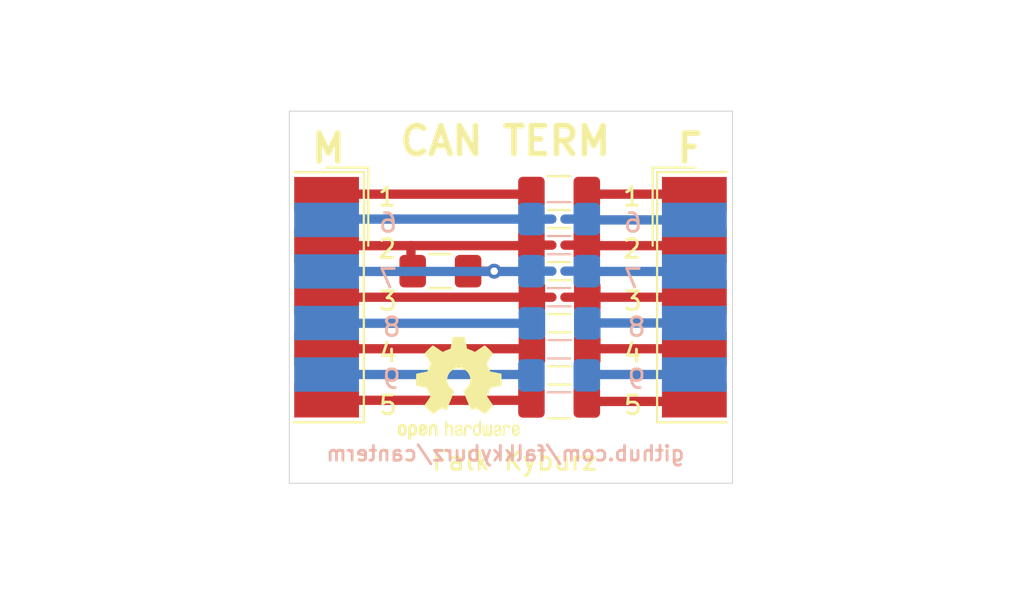
<source format=kicad_pcb>
(kicad_pcb (version 20171130) (host pcbnew "(5.1.5)-3")

  (general
    (thickness 1.6)
    (drawings 27)
    (tracks 49)
    (zones 0)
    (modules 13)
    (nets 19)
  )

  (page A4)
  (title_block
    (title "CAN Termination")
    (date 2021-05-13)
    (rev 0)
    (company "Falk Kyburz")
    (comment 1 https://github.com/falkkyburz)
  )

  (layers
    (0 F.Cu signal)
    (31 B.Cu signal)
    (32 B.Adhes user)
    (33 F.Adhes user)
    (34 B.Paste user)
    (35 F.Paste user)
    (36 B.SilkS user)
    (37 F.SilkS user)
    (38 B.Mask user)
    (39 F.Mask user)
    (40 Dwgs.User user)
    (41 Cmts.User user)
    (42 Eco1.User user)
    (43 Eco2.User user)
    (44 Edge.Cuts user)
    (45 Margin user)
    (46 B.CrtYd user)
    (47 F.CrtYd user)
    (48 B.Fab user)
    (49 F.Fab user)
  )

  (setup
    (last_trace_width 0.5)
    (trace_clearance 0.2)
    (zone_clearance 0.508)
    (zone_45_only no)
    (trace_min 0.2)
    (via_size 0.8)
    (via_drill 0.4)
    (via_min_size 0.4)
    (via_min_drill 0.3)
    (uvia_size 0.3)
    (uvia_drill 0.1)
    (uvias_allowed no)
    (uvia_min_size 0.2)
    (uvia_min_drill 0.1)
    (edge_width 0.05)
    (segment_width 0.2)
    (pcb_text_width 0.3)
    (pcb_text_size 1.5 1.5)
    (mod_edge_width 0.12)
    (mod_text_size 1 1)
    (mod_text_width 0.15)
    (pad_size 1.524 1.524)
    (pad_drill 0.762)
    (pad_to_mask_clearance 0.051)
    (solder_mask_min_width 0.25)
    (aux_axis_origin 0 0)
    (visible_elements 7FFFFFFF)
    (pcbplotparams
      (layerselection 0x010fc_ffffffff)
      (usegerberextensions false)
      (usegerberattributes false)
      (usegerberadvancedattributes false)
      (creategerberjobfile true)
      (excludeedgelayer true)
      (linewidth 0.100000)
      (plotframeref false)
      (viasonmask false)
      (mode 1)
      (useauxorigin false)
      (hpglpennumber 1)
      (hpglpenspeed 20)
      (hpglpendiameter 15.000000)
      (psnegative false)
      (psa4output false)
      (plotreference true)
      (plotvalue true)
      (plotinvisibletext false)
      (padsonsilk false)
      (subtractmaskfromsilk false)
      (outputformat 1)
      (mirror false)
      (drillshape 0)
      (scaleselection 1)
      (outputdirectory "output/"))
  )

  (net 0 "")
  (net 1 /5V_1)
  (net 2 /NC_0)
  (net 3 /CAN_H)
  (net 4 /GND_0)
  (net 5 /NC2)
  (net 6 /NC_1)
  (net 7 /GND_1)
  (net 8 /CAN_L)
  (net 9 /5V_0)
  (net 10 "Net-(J2-Pad9)")
  (net 11 "Net-(J2-Pad8)")
  (net 12 "Net-(J2-Pad7)")
  (net 13 "Net-(J2-Pad6)")
  (net 14 "Net-(J2-Pad5)")
  (net 15 "Net-(J2-Pad4)")
  (net 16 "Net-(J2-Pad3)")
  (net 17 "Net-(J2-Pad2)")
  (net 18 "Net-(J2-Pad1)")

  (net_class Default "This is the default net class."
    (clearance 0.2)
    (trace_width 0.5)
    (via_dia 0.8)
    (via_drill 0.4)
    (uvia_dia 0.3)
    (uvia_drill 0.1)
    (add_net /5V_0)
    (add_net /5V_1)
    (add_net /CAN_H)
    (add_net /CAN_L)
    (add_net /GND_0)
    (add_net /GND_1)
    (add_net /NC2)
    (add_net /NC_0)
    (add_net /NC_1)
    (add_net "Net-(J2-Pad1)")
    (add_net "Net-(J2-Pad2)")
    (add_net "Net-(J2-Pad3)")
    (add_net "Net-(J2-Pad4)")
    (add_net "Net-(J2-Pad5)")
    (add_net "Net-(J2-Pad6)")
    (add_net "Net-(J2-Pad7)")
    (add_net "Net-(J2-Pad8)")
    (add_net "Net-(J2-Pad9)")
  )

  (module Symbol:OSHW-Logo2_7.3x6mm_SilkScreen locked (layer F.Cu) (tedit 0) (tstamp 60C7B65D)
    (at 165.9 102.9)
    (descr "Open Source Hardware Symbol")
    (tags "Logo Symbol OSHW")
    (attr virtual)
    (fp_text reference REF** (at 0 0) (layer F.SilkS) hide
      (effects (font (size 1 1) (thickness 0.15)))
    )
    (fp_text value OSHW-Logo2_7.3x6mm_SilkScreen (at 0.75 0) (layer F.Fab) hide
      (effects (font (size 1 1) (thickness 0.15)))
    )
    (fp_poly (pts (xy 0.10391 -2.757652) (xy 0.182454 -2.757222) (xy 0.239298 -2.756058) (xy 0.278105 -2.753793)
      (xy 0.302538 -2.75006) (xy 0.316262 -2.744494) (xy 0.32294 -2.736727) (xy 0.326236 -2.726395)
      (xy 0.326556 -2.725057) (xy 0.331562 -2.700921) (xy 0.340829 -2.653299) (xy 0.353392 -2.587259)
      (xy 0.368287 -2.507872) (xy 0.384551 -2.420204) (xy 0.385119 -2.417125) (xy 0.40141 -2.331211)
      (xy 0.416652 -2.255304) (xy 0.429861 -2.193955) (xy 0.440054 -2.151718) (xy 0.446248 -2.133145)
      (xy 0.446543 -2.132816) (xy 0.464788 -2.123747) (xy 0.502405 -2.108633) (xy 0.551271 -2.090738)
      (xy 0.551543 -2.090642) (xy 0.613093 -2.067507) (xy 0.685657 -2.038035) (xy 0.754057 -2.008403)
      (xy 0.757294 -2.006938) (xy 0.868702 -1.956374) (xy 1.115399 -2.12484) (xy 1.191077 -2.176197)
      (xy 1.259631 -2.222111) (xy 1.317088 -2.25997) (xy 1.359476 -2.287163) (xy 1.382825 -2.301079)
      (xy 1.385042 -2.302111) (xy 1.40201 -2.297516) (xy 1.433701 -2.275345) (xy 1.481352 -2.234553)
      (xy 1.546198 -2.174095) (xy 1.612397 -2.109773) (xy 1.676214 -2.046388) (xy 1.733329 -1.988549)
      (xy 1.780305 -1.939825) (xy 1.813703 -1.90379) (xy 1.830085 -1.884016) (xy 1.830694 -1.882998)
      (xy 1.832505 -1.869428) (xy 1.825683 -1.847267) (xy 1.80854 -1.813522) (xy 1.779393 -1.7652)
      (xy 1.736555 -1.699308) (xy 1.679448 -1.614483) (xy 1.628766 -1.539823) (xy 1.583461 -1.47286)
      (xy 1.54615 -1.417484) (xy 1.519452 -1.37758) (xy 1.505985 -1.357038) (xy 1.505137 -1.355644)
      (xy 1.506781 -1.335962) (xy 1.519245 -1.297707) (xy 1.540048 -1.248111) (xy 1.547462 -1.232272)
      (xy 1.579814 -1.16171) (xy 1.614328 -1.081647) (xy 1.642365 -1.012371) (xy 1.662568 -0.960955)
      (xy 1.678615 -0.921881) (xy 1.687888 -0.901459) (xy 1.689041 -0.899886) (xy 1.706096 -0.897279)
      (xy 1.746298 -0.890137) (xy 1.804302 -0.879477) (xy 1.874763 -0.866315) (xy 1.952335 -0.851667)
      (xy 2.031672 -0.836551) (xy 2.107431 -0.821982) (xy 2.174264 -0.808978) (xy 2.226828 -0.798555)
      (xy 2.259776 -0.79173) (xy 2.267857 -0.789801) (xy 2.276205 -0.785038) (xy 2.282506 -0.774282)
      (xy 2.287045 -0.753902) (xy 2.290104 -0.720266) (xy 2.291967 -0.669745) (xy 2.292918 -0.598708)
      (xy 2.29324 -0.503524) (xy 2.293257 -0.464508) (xy 2.293257 -0.147201) (xy 2.217057 -0.132161)
      (xy 2.174663 -0.124005) (xy 2.1114 -0.112101) (xy 2.034962 -0.097884) (xy 1.953043 -0.08279)
      (xy 1.9304 -0.078645) (xy 1.854806 -0.063947) (xy 1.788953 -0.049495) (xy 1.738366 -0.036625)
      (xy 1.708574 -0.026678) (xy 1.703612 -0.023713) (xy 1.691426 -0.002717) (xy 1.673953 0.037967)
      (xy 1.654577 0.090322) (xy 1.650734 0.1016) (xy 1.625339 0.171523) (xy 1.593817 0.250418)
      (xy 1.562969 0.321266) (xy 1.562817 0.321595) (xy 1.511447 0.432733) (xy 1.680399 0.681253)
      (xy 1.849352 0.929772) (xy 1.632429 1.147058) (xy 1.566819 1.211726) (xy 1.506979 1.268733)
      (xy 1.456267 1.315033) (xy 1.418046 1.347584) (xy 1.395675 1.363343) (xy 1.392466 1.364343)
      (xy 1.373626 1.356469) (xy 1.33518 1.334578) (xy 1.28133 1.301267) (xy 1.216276 1.259131)
      (xy 1.14594 1.211943) (xy 1.074555 1.16381) (xy 1.010908 1.121928) (xy 0.959041 1.088871)
      (xy 0.922995 1.067218) (xy 0.906867 1.059543) (xy 0.887189 1.066037) (xy 0.849875 1.08315)
      (xy 0.802621 1.107326) (xy 0.797612 1.110013) (xy 0.733977 1.141927) (xy 0.690341 1.157579)
      (xy 0.663202 1.157745) (xy 0.649057 1.143204) (xy 0.648975 1.143) (xy 0.641905 1.125779)
      (xy 0.625042 1.084899) (xy 0.599695 1.023525) (xy 0.567171 0.944819) (xy 0.528778 0.851947)
      (xy 0.485822 0.748072) (xy 0.444222 0.647502) (xy 0.398504 0.536516) (xy 0.356526 0.433703)
      (xy 0.319548 0.342215) (xy 0.288827 0.265201) (xy 0.265622 0.205815) (xy 0.25119 0.167209)
      (xy 0.246743 0.1528) (xy 0.257896 0.136272) (xy 0.287069 0.10993) (xy 0.325971 0.080887)
      (xy 0.436757 -0.010961) (xy 0.523351 -0.116241) (xy 0.584716 -0.232734) (xy 0.619815 -0.358224)
      (xy 0.627608 -0.490493) (xy 0.621943 -0.551543) (xy 0.591078 -0.678205) (xy 0.53792 -0.790059)
      (xy 0.465767 -0.885999) (xy 0.377917 -0.964924) (xy 0.277665 -1.02573) (xy 0.16831 -1.067313)
      (xy 0.053147 -1.088572) (xy -0.064525 -1.088401) (xy -0.18141 -1.065699) (xy -0.294211 -1.019362)
      (xy -0.399631 -0.948287) (xy -0.443632 -0.908089) (xy -0.528021 -0.804871) (xy -0.586778 -0.692075)
      (xy -0.620296 -0.57299) (xy -0.628965 -0.450905) (xy -0.613177 -0.329107) (xy -0.573322 -0.210884)
      (xy -0.509793 -0.099525) (xy -0.422979 0.001684) (xy -0.325971 0.080887) (xy -0.285563 0.111162)
      (xy -0.257018 0.137219) (xy -0.246743 0.152825) (xy -0.252123 0.169843) (xy -0.267425 0.2105)
      (xy -0.291388 0.271642) (xy -0.322756 0.350119) (xy -0.360268 0.44278) (xy -0.402667 0.546472)
      (xy -0.444337 0.647526) (xy -0.49031 0.758607) (xy -0.532893 0.861541) (xy -0.570779 0.953165)
      (xy -0.60266 1.030316) (xy -0.627229 1.089831) (xy -0.64318 1.128544) (xy -0.64909 1.143)
      (xy -0.663052 1.157685) (xy -0.69006 1.157642) (xy -0.733587 1.142099) (xy -0.79711 1.110284)
      (xy -0.797612 1.110013) (xy -0.84544 1.085323) (xy -0.884103 1.067338) (xy -0.905905 1.059614)
      (xy -0.906867 1.059543) (xy -0.923279 1.067378) (xy -0.959513 1.089165) (xy -1.011526 1.122328)
      (xy -1.075275 1.164291) (xy -1.14594 1.211943) (xy -1.217884 1.260191) (xy -1.282726 1.302151)
      (xy -1.336265 1.335227) (xy -1.374303 1.356821) (xy -1.392467 1.364343) (xy -1.409192 1.354457)
      (xy -1.44282 1.326826) (xy -1.48999 1.284495) (xy -1.547342 1.230505) (xy -1.611516 1.167899)
      (xy -1.632503 1.146983) (xy -1.849501 0.929623) (xy -1.684332 0.68722) (xy -1.634136 0.612781)
      (xy -1.590081 0.545972) (xy -1.554638 0.490665) (xy -1.530281 0.450729) (xy -1.519478 0.430036)
      (xy -1.519162 0.428563) (xy -1.524857 0.409058) (xy -1.540174 0.369822) (xy -1.562463 0.31743)
      (xy -1.578107 0.282355) (xy -1.607359 0.215201) (xy -1.634906 0.147358) (xy -1.656263 0.090034)
      (xy -1.662065 0.072572) (xy -1.678548 0.025938) (xy -1.69466 -0.010095) (xy -1.70351 -0.023713)
      (xy -1.72304 -0.032048) (xy -1.765666 -0.043863) (xy -1.825855 -0.057819) (xy -1.898078 -0.072578)
      (xy -1.9304 -0.078645) (xy -2.012478 -0.093727) (xy -2.091205 -0.108331) (xy -2.158891 -0.12102)
      (xy -2.20784 -0.130358) (xy -2.217057 -0.132161) (xy -2.293257 -0.147201) (xy -2.293257 -0.464508)
      (xy -2.293086 -0.568846) (xy -2.292384 -0.647787) (xy -2.290866 -0.704962) (xy -2.288251 -0.744001)
      (xy -2.284254 -0.768535) (xy -2.278591 -0.782195) (xy -2.27098 -0.788611) (xy -2.267857 -0.789801)
      (xy -2.249022 -0.79402) (xy -2.207412 -0.802438) (xy -2.14837 -0.814039) (xy -2.077243 -0.827805)
      (xy -1.999375 -0.84272) (xy -1.920113 -0.857768) (xy -1.844802 -0.871931) (xy -1.778787 -0.884194)
      (xy -1.727413 -0.893539) (xy -1.696025 -0.89895) (xy -1.689041 -0.899886) (xy -1.682715 -0.912404)
      (xy -1.66871 -0.945754) (xy -1.649645 -0.993623) (xy -1.642366 -1.012371) (xy -1.613004 -1.084805)
      (xy -1.578429 -1.16483) (xy -1.547463 -1.232272) (xy -1.524677 -1.283841) (xy -1.509518 -1.326215)
      (xy -1.504458 -1.352166) (xy -1.505264 -1.355644) (xy -1.515959 -1.372064) (xy -1.54038 -1.408583)
      (xy -1.575905 -1.461313) (xy -1.619913 -1.526365) (xy -1.669783 -1.599849) (xy -1.679644 -1.614355)
      (xy -1.737508 -1.700296) (xy -1.780044 -1.765739) (xy -1.808946 -1.813696) (xy -1.82591 -1.84718)
      (xy -1.832633 -1.869205) (xy -1.83081 -1.882783) (xy -1.830764 -1.882869) (xy -1.816414 -1.900703)
      (xy -1.784677 -1.935183) (xy -1.73899 -1.982732) (xy -1.682796 -2.039778) (xy -1.619532 -2.102745)
      (xy -1.612398 -2.109773) (xy -1.53267 -2.18698) (xy -1.471143 -2.24367) (xy -1.426579 -2.28089)
      (xy -1.397743 -2.299685) (xy -1.385042 -2.302111) (xy -1.366506 -2.291529) (xy -1.328039 -2.267084)
      (xy -1.273614 -2.231388) (xy -1.207202 -2.187053) (xy -1.132775 -2.136689) (xy -1.115399 -2.12484)
      (xy -0.868703 -1.956374) (xy -0.757294 -2.006938) (xy -0.689543 -2.036405) (xy -0.616817 -2.066041)
      (xy -0.554297 -2.08967) (xy -0.551543 -2.090642) (xy -0.50264 -2.108543) (xy -0.464943 -2.12368)
      (xy -0.446575 -2.13279) (xy -0.446544 -2.132816) (xy -0.440715 -2.149283) (xy -0.430808 -2.189781)
      (xy -0.417805 -2.249758) (xy -0.402691 -2.32466) (xy -0.386448 -2.409936) (xy -0.385119 -2.417125)
      (xy -0.368825 -2.504986) (xy -0.353867 -2.58474) (xy -0.341209 -2.651319) (xy -0.331814 -2.699653)
      (xy -0.326646 -2.724675) (xy -0.326556 -2.725057) (xy -0.323411 -2.735701) (xy -0.317296 -2.743738)
      (xy -0.304547 -2.749533) (xy -0.2815 -2.753453) (xy -0.244491 -2.755865) (xy -0.189856 -2.757135)
      (xy -0.113933 -2.757629) (xy -0.013056 -2.757714) (xy 0 -2.757714) (xy 0.10391 -2.757652)) (layer F.SilkS) (width 0.01))
    (fp_poly (pts (xy 3.153595 1.966966) (xy 3.211021 2.004497) (xy 3.238719 2.038096) (xy 3.260662 2.099064)
      (xy 3.262405 2.147308) (xy 3.258457 2.211816) (xy 3.109686 2.276934) (xy 3.037349 2.310202)
      (xy 2.990084 2.336964) (xy 2.965507 2.360144) (xy 2.961237 2.382667) (xy 2.974889 2.407455)
      (xy 2.989943 2.423886) (xy 3.033746 2.450235) (xy 3.081389 2.452081) (xy 3.125145 2.431546)
      (xy 3.157289 2.390752) (xy 3.163038 2.376347) (xy 3.190576 2.331356) (xy 3.222258 2.312182)
      (xy 3.265714 2.295779) (xy 3.265714 2.357966) (xy 3.261872 2.400283) (xy 3.246823 2.435969)
      (xy 3.21528 2.476943) (xy 3.210592 2.482267) (xy 3.175506 2.51872) (xy 3.145347 2.538283)
      (xy 3.107615 2.547283) (xy 3.076335 2.55023) (xy 3.020385 2.550965) (xy 2.980555 2.54166)
      (xy 2.955708 2.527846) (xy 2.916656 2.497467) (xy 2.889625 2.464613) (xy 2.872517 2.423294)
      (xy 2.863238 2.367521) (xy 2.859693 2.291305) (xy 2.85941 2.252622) (xy 2.860372 2.206247)
      (xy 2.948007 2.206247) (xy 2.949023 2.231126) (xy 2.951556 2.2352) (xy 2.968274 2.229665)
      (xy 3.004249 2.215017) (xy 3.052331 2.19419) (xy 3.062386 2.189714) (xy 3.123152 2.158814)
      (xy 3.156632 2.131657) (xy 3.16399 2.10622) (xy 3.146391 2.080481) (xy 3.131856 2.069109)
      (xy 3.07941 2.046364) (xy 3.030322 2.050122) (xy 2.989227 2.077884) (xy 2.960758 2.127152)
      (xy 2.951631 2.166257) (xy 2.948007 2.206247) (xy 2.860372 2.206247) (xy 2.861285 2.162249)
      (xy 2.868196 2.095384) (xy 2.881884 2.046695) (xy 2.904096 2.010849) (xy 2.936574 1.982513)
      (xy 2.950733 1.973355) (xy 3.015053 1.949507) (xy 3.085473 1.948006) (xy 3.153595 1.966966)) (layer F.SilkS) (width 0.01))
    (fp_poly (pts (xy 2.6526 1.958752) (xy 2.669948 1.966334) (xy 2.711356 1.999128) (xy 2.746765 2.046547)
      (xy 2.768664 2.097151) (xy 2.772229 2.122098) (xy 2.760279 2.156927) (xy 2.734067 2.175357)
      (xy 2.705964 2.186516) (xy 2.693095 2.188572) (xy 2.686829 2.173649) (xy 2.674456 2.141175)
      (xy 2.669028 2.126502) (xy 2.63859 2.075744) (xy 2.59452 2.050427) (xy 2.53801 2.051206)
      (xy 2.533825 2.052203) (xy 2.503655 2.066507) (xy 2.481476 2.094393) (xy 2.466327 2.139287)
      (xy 2.45725 2.204615) (xy 2.453286 2.293804) (xy 2.452914 2.341261) (xy 2.45273 2.416071)
      (xy 2.451522 2.467069) (xy 2.448309 2.499471) (xy 2.442109 2.518495) (xy 2.43194 2.529356)
      (xy 2.416819 2.537272) (xy 2.415946 2.53767) (xy 2.386828 2.549981) (xy 2.372403 2.554514)
      (xy 2.370186 2.540809) (xy 2.368289 2.502925) (xy 2.366847 2.445715) (xy 2.365998 2.374027)
      (xy 2.365829 2.321565) (xy 2.366692 2.220047) (xy 2.37007 2.143032) (xy 2.377142 2.086023)
      (xy 2.389088 2.044526) (xy 2.40709 2.014043) (xy 2.432327 1.99008) (xy 2.457247 1.973355)
      (xy 2.517171 1.951097) (xy 2.586911 1.946076) (xy 2.6526 1.958752)) (layer F.SilkS) (width 0.01))
    (fp_poly (pts (xy 2.144876 1.956335) (xy 2.186667 1.975344) (xy 2.219469 1.998378) (xy 2.243503 2.024133)
      (xy 2.260097 2.057358) (xy 2.270577 2.1028) (xy 2.276271 2.165207) (xy 2.278507 2.249327)
      (xy 2.278743 2.304721) (xy 2.278743 2.520826) (xy 2.241774 2.53767) (xy 2.212656 2.549981)
      (xy 2.198231 2.554514) (xy 2.195472 2.541025) (xy 2.193282 2.504653) (xy 2.191942 2.451542)
      (xy 2.191657 2.409372) (xy 2.190434 2.348447) (xy 2.187136 2.300115) (xy 2.182321 2.270518)
      (xy 2.178496 2.264229) (xy 2.152783 2.270652) (xy 2.112418 2.287125) (xy 2.065679 2.309458)
      (xy 2.020845 2.333457) (xy 1.986193 2.35493) (xy 1.970002 2.369685) (xy 1.969938 2.369845)
      (xy 1.97133 2.397152) (xy 1.983818 2.423219) (xy 2.005743 2.444392) (xy 2.037743 2.451474)
      (xy 2.065092 2.450649) (xy 2.103826 2.450042) (xy 2.124158 2.459116) (xy 2.136369 2.483092)
      (xy 2.137909 2.487613) (xy 2.143203 2.521806) (xy 2.129047 2.542568) (xy 2.092148 2.552462)
      (xy 2.052289 2.554292) (xy 1.980562 2.540727) (xy 1.943432 2.521355) (xy 1.897576 2.475845)
      (xy 1.873256 2.419983) (xy 1.871073 2.360957) (xy 1.891629 2.305953) (xy 1.922549 2.271486)
      (xy 1.95342 2.252189) (xy 2.001942 2.227759) (xy 2.058485 2.202985) (xy 2.06791 2.199199)
      (xy 2.130019 2.171791) (xy 2.165822 2.147634) (xy 2.177337 2.123619) (xy 2.16658 2.096635)
      (xy 2.148114 2.075543) (xy 2.104469 2.049572) (xy 2.056446 2.047624) (xy 2.012406 2.067637)
      (xy 1.980709 2.107551) (xy 1.976549 2.117848) (xy 1.952327 2.155724) (xy 1.916965 2.183842)
      (xy 1.872343 2.206917) (xy 1.872343 2.141485) (xy 1.874969 2.101506) (xy 1.88623 2.069997)
      (xy 1.911199 2.036378) (xy 1.935169 2.010484) (xy 1.972441 1.973817) (xy 2.001401 1.954121)
      (xy 2.032505 1.94622) (xy 2.067713 1.944914) (xy 2.144876 1.956335)) (layer F.SilkS) (width 0.01))
    (fp_poly (pts (xy 1.779833 1.958663) (xy 1.782048 1.99685) (xy 1.783784 2.054886) (xy 1.784899 2.12818)
      (xy 1.785257 2.205055) (xy 1.785257 2.465196) (xy 1.739326 2.511127) (xy 1.707675 2.539429)
      (xy 1.67989 2.550893) (xy 1.641915 2.550168) (xy 1.62684 2.548321) (xy 1.579726 2.542948)
      (xy 1.540756 2.539869) (xy 1.531257 2.539585) (xy 1.499233 2.541445) (xy 1.453432 2.546114)
      (xy 1.435674 2.548321) (xy 1.392057 2.551735) (xy 1.362745 2.54432) (xy 1.33368 2.521427)
      (xy 1.323188 2.511127) (xy 1.277257 2.465196) (xy 1.277257 1.978602) (xy 1.314226 1.961758)
      (xy 1.346059 1.949282) (xy 1.364683 1.944914) (xy 1.369458 1.958718) (xy 1.373921 1.997286)
      (xy 1.377775 2.056356) (xy 1.380722 2.131663) (xy 1.382143 2.195286) (xy 1.386114 2.445657)
      (xy 1.420759 2.450556) (xy 1.452268 2.447131) (xy 1.467708 2.436041) (xy 1.472023 2.415308)
      (xy 1.475708 2.371145) (xy 1.478469 2.309146) (xy 1.480012 2.234909) (xy 1.480235 2.196706)
      (xy 1.480457 1.976783) (xy 1.526166 1.960849) (xy 1.558518 1.950015) (xy 1.576115 1.944962)
      (xy 1.576623 1.944914) (xy 1.578388 1.958648) (xy 1.580329 1.99673) (xy 1.582282 2.054482)
      (xy 1.584084 2.127227) (xy 1.585343 2.195286) (xy 1.589314 2.445657) (xy 1.6764 2.445657)
      (xy 1.680396 2.21724) (xy 1.684392 1.988822) (xy 1.726847 1.966868) (xy 1.758192 1.951793)
      (xy 1.776744 1.944951) (xy 1.777279 1.944914) (xy 1.779833 1.958663)) (layer F.SilkS) (width 0.01))
    (fp_poly (pts (xy 1.190117 2.065358) (xy 1.189933 2.173837) (xy 1.189219 2.257287) (xy 1.187675 2.319704)
      (xy 1.185001 2.365085) (xy 1.180894 2.397429) (xy 1.175055 2.420733) (xy 1.167182 2.438995)
      (xy 1.161221 2.449418) (xy 1.111855 2.505945) (xy 1.049264 2.541377) (xy 0.980013 2.55409)
      (xy 0.910668 2.542463) (xy 0.869375 2.521568) (xy 0.826025 2.485422) (xy 0.796481 2.441276)
      (xy 0.778655 2.383462) (xy 0.770463 2.306313) (xy 0.769302 2.249714) (xy 0.769458 2.245647)
      (xy 0.870857 2.245647) (xy 0.871476 2.31055) (xy 0.874314 2.353514) (xy 0.88084 2.381622)
      (xy 0.892523 2.401953) (xy 0.906483 2.417288) (xy 0.953365 2.44689) (xy 1.003701 2.449419)
      (xy 1.051276 2.424705) (xy 1.054979 2.421356) (xy 1.070783 2.403935) (xy 1.080693 2.383209)
      (xy 1.086058 2.352362) (xy 1.088228 2.304577) (xy 1.088571 2.251748) (xy 1.087827 2.185381)
      (xy 1.084748 2.141106) (xy 1.078061 2.112009) (xy 1.066496 2.091173) (xy 1.057013 2.080107)
      (xy 1.01296 2.052198) (xy 0.962224 2.048843) (xy 0.913796 2.070159) (xy 0.90445 2.078073)
      (xy 0.88854 2.095647) (xy 0.87861 2.116587) (xy 0.873278 2.147782) (xy 0.871163 2.196122)
      (xy 0.870857 2.245647) (xy 0.769458 2.245647) (xy 0.77281 2.158568) (xy 0.784726 2.090086)
      (xy 0.807135 2.0386) (xy 0.842124 1.998443) (xy 0.869375 1.977861) (xy 0.918907 1.955625)
      (xy 0.976316 1.945304) (xy 1.029682 1.948067) (xy 1.059543 1.959212) (xy 1.071261 1.962383)
      (xy 1.079037 1.950557) (xy 1.084465 1.918866) (xy 1.088571 1.870593) (xy 1.093067 1.816829)
      (xy 1.099313 1.784482) (xy 1.110676 1.765985) (xy 1.130528 1.75377) (xy 1.143 1.748362)
      (xy 1.190171 1.728601) (xy 1.190117 2.065358)) (layer F.SilkS) (width 0.01))
    (fp_poly (pts (xy 0.529926 1.949755) (xy 0.595858 1.974084) (xy 0.649273 2.017117) (xy 0.670164 2.047409)
      (xy 0.692939 2.102994) (xy 0.692466 2.143186) (xy 0.668562 2.170217) (xy 0.659717 2.174813)
      (xy 0.62153 2.189144) (xy 0.602028 2.185472) (xy 0.595422 2.161407) (xy 0.595086 2.148114)
      (xy 0.582992 2.09921) (xy 0.551471 2.064999) (xy 0.507659 2.048476) (xy 0.458695 2.052634)
      (xy 0.418894 2.074227) (xy 0.40545 2.086544) (xy 0.395921 2.101487) (xy 0.389485 2.124075)
      (xy 0.385317 2.159328) (xy 0.382597 2.212266) (xy 0.380502 2.287907) (xy 0.37996 2.311857)
      (xy 0.377981 2.39379) (xy 0.375731 2.451455) (xy 0.372357 2.489608) (xy 0.367006 2.513004)
      (xy 0.358824 2.526398) (xy 0.346959 2.534545) (xy 0.339362 2.538144) (xy 0.307102 2.550452)
      (xy 0.288111 2.554514) (xy 0.281836 2.540948) (xy 0.278006 2.499934) (xy 0.2766 2.430999)
      (xy 0.277598 2.333669) (xy 0.277908 2.318657) (xy 0.280101 2.229859) (xy 0.282693 2.165019)
      (xy 0.286382 2.119067) (xy 0.291864 2.086935) (xy 0.299835 2.063553) (xy 0.310993 2.043852)
      (xy 0.31683 2.03541) (xy 0.350296 1.998057) (xy 0.387727 1.969003) (xy 0.392309 1.966467)
      (xy 0.459426 1.946443) (xy 0.529926 1.949755)) (layer F.SilkS) (width 0.01))
    (fp_poly (pts (xy 0.039744 1.950968) (xy 0.096616 1.972087) (xy 0.097267 1.972493) (xy 0.13244 1.99838)
      (xy 0.158407 2.028633) (xy 0.17667 2.068058) (xy 0.188732 2.121462) (xy 0.196096 2.193651)
      (xy 0.200264 2.289432) (xy 0.200629 2.303078) (xy 0.205876 2.508842) (xy 0.161716 2.531678)
      (xy 0.129763 2.54711) (xy 0.11047 2.554423) (xy 0.109578 2.554514) (xy 0.106239 2.541022)
      (xy 0.103587 2.504626) (xy 0.101956 2.451452) (xy 0.1016 2.408393) (xy 0.101592 2.338641)
      (xy 0.098403 2.294837) (xy 0.087288 2.273944) (xy 0.063501 2.272925) (xy 0.022296 2.288741)
      (xy -0.039914 2.317815) (xy -0.085659 2.341963) (xy -0.109187 2.362913) (xy -0.116104 2.385747)
      (xy -0.116114 2.386877) (xy -0.104701 2.426212) (xy -0.070908 2.447462) (xy -0.019191 2.450539)
      (xy 0.018061 2.450006) (xy 0.037703 2.460735) (xy 0.049952 2.486505) (xy 0.057002 2.519337)
      (xy 0.046842 2.537966) (xy 0.043017 2.540632) (xy 0.007001 2.55134) (xy -0.043434 2.552856)
      (xy -0.095374 2.545759) (xy -0.132178 2.532788) (xy -0.183062 2.489585) (xy -0.211986 2.429446)
      (xy -0.217714 2.382462) (xy -0.213343 2.340082) (xy -0.197525 2.305488) (xy -0.166203 2.274763)
      (xy -0.115322 2.24399) (xy -0.040824 2.209252) (xy -0.036286 2.207288) (xy 0.030821 2.176287)
      (xy 0.072232 2.150862) (xy 0.089981 2.128014) (xy 0.086107 2.104745) (xy 0.062643 2.078056)
      (xy 0.055627 2.071914) (xy 0.00863 2.0481) (xy -0.040067 2.049103) (xy -0.082478 2.072451)
      (xy -0.110616 2.115675) (xy -0.113231 2.12416) (xy -0.138692 2.165308) (xy -0.170999 2.185128)
      (xy -0.217714 2.20477) (xy -0.217714 2.15395) (xy -0.203504 2.080082) (xy -0.161325 2.012327)
      (xy -0.139376 1.989661) (xy -0.089483 1.960569) (xy -0.026033 1.9474) (xy 0.039744 1.950968)) (layer F.SilkS) (width 0.01))
    (fp_poly (pts (xy -0.624114 1.851289) (xy -0.619861 1.910613) (xy -0.614975 1.945572) (xy -0.608205 1.96082)
      (xy -0.598298 1.961015) (xy -0.595086 1.959195) (xy -0.552356 1.946015) (xy -0.496773 1.946785)
      (xy -0.440263 1.960333) (xy -0.404918 1.977861) (xy -0.368679 2.005861) (xy -0.342187 2.037549)
      (xy -0.324001 2.077813) (xy -0.312678 2.131543) (xy -0.306778 2.203626) (xy -0.304857 2.298951)
      (xy -0.304823 2.317237) (xy -0.3048 2.522646) (xy -0.350509 2.53858) (xy -0.382973 2.54942)
      (xy -0.400785 2.554468) (xy -0.401309 2.554514) (xy -0.403063 2.540828) (xy -0.404556 2.503076)
      (xy -0.405674 2.446224) (xy -0.406303 2.375234) (xy -0.4064 2.332073) (xy -0.406602 2.246973)
      (xy -0.407642 2.185981) (xy -0.410169 2.144177) (xy -0.414836 2.116642) (xy -0.422293 2.098456)
      (xy -0.433189 2.084698) (xy -0.439993 2.078073) (xy -0.486728 2.051375) (xy -0.537728 2.049375)
      (xy -0.583999 2.071955) (xy -0.592556 2.080107) (xy -0.605107 2.095436) (xy -0.613812 2.113618)
      (xy -0.619369 2.139909) (xy -0.622474 2.179562) (xy -0.623824 2.237832) (xy -0.624114 2.318173)
      (xy -0.624114 2.522646) (xy -0.669823 2.53858) (xy -0.702287 2.54942) (xy -0.720099 2.554468)
      (xy -0.720623 2.554514) (xy -0.721963 2.540623) (xy -0.723172 2.501439) (xy -0.724199 2.4407)
      (xy -0.724998 2.362141) (xy -0.725519 2.269498) (xy -0.725714 2.166509) (xy -0.725714 1.769342)
      (xy -0.678543 1.749444) (xy -0.631371 1.729547) (xy -0.624114 1.851289)) (layer F.SilkS) (width 0.01))
    (fp_poly (pts (xy -1.831697 1.931239) (xy -1.774473 1.969735) (xy -1.730251 2.025335) (xy -1.703833 2.096086)
      (xy -1.69849 2.148162) (xy -1.699097 2.169893) (xy -1.704178 2.186531) (xy -1.718145 2.201437)
      (xy -1.745411 2.217973) (xy -1.790388 2.239498) (xy -1.857489 2.269374) (xy -1.857829 2.269524)
      (xy -1.919593 2.297813) (xy -1.970241 2.322933) (xy -2.004596 2.342179) (xy -2.017482 2.352848)
      (xy -2.017486 2.352934) (xy -2.006128 2.376166) (xy -1.979569 2.401774) (xy -1.949077 2.420221)
      (xy -1.93363 2.423886) (xy -1.891485 2.411212) (xy -1.855192 2.379471) (xy -1.837483 2.344572)
      (xy -1.820448 2.318845) (xy -1.787078 2.289546) (xy -1.747851 2.264235) (xy -1.713244 2.250471)
      (xy -1.706007 2.249714) (xy -1.697861 2.26216) (xy -1.69737 2.293972) (xy -1.703357 2.336866)
      (xy -1.714643 2.382558) (xy -1.73005 2.422761) (xy -1.730829 2.424322) (xy -1.777196 2.489062)
      (xy -1.837289 2.533097) (xy -1.905535 2.554711) (xy -1.976362 2.552185) (xy -2.044196 2.523804)
      (xy -2.047212 2.521808) (xy -2.100573 2.473448) (xy -2.13566 2.410352) (xy -2.155078 2.327387)
      (xy -2.157684 2.304078) (xy -2.162299 2.194055) (xy -2.156767 2.142748) (xy -2.017486 2.142748)
      (xy -2.015676 2.174753) (xy -2.005778 2.184093) (xy -1.981102 2.177105) (xy -1.942205 2.160587)
      (xy -1.898725 2.139881) (xy -1.897644 2.139333) (xy -1.860791 2.119949) (xy -1.846 2.107013)
      (xy -1.849647 2.093451) (xy -1.865005 2.075632) (xy -1.904077 2.049845) (xy -1.946154 2.04795)
      (xy -1.983897 2.066717) (xy -2.009966 2.102915) (xy -2.017486 2.142748) (xy -2.156767 2.142748)
      (xy -2.152806 2.106027) (xy -2.12845 2.036212) (xy -2.094544 1.987302) (xy -2.033347 1.937878)
      (xy -1.965937 1.913359) (xy -1.89712 1.911797) (xy -1.831697 1.931239)) (layer F.SilkS) (width 0.01))
    (fp_poly (pts (xy -2.958885 1.921962) (xy -2.890855 1.957733) (xy -2.840649 2.015301) (xy -2.822815 2.052312)
      (xy -2.808937 2.107882) (xy -2.801833 2.178096) (xy -2.80116 2.254727) (xy -2.806573 2.329552)
      (xy -2.81773 2.394342) (xy -2.834286 2.440873) (xy -2.839374 2.448887) (xy -2.899645 2.508707)
      (xy -2.971231 2.544535) (xy -3.048908 2.55502) (xy -3.127452 2.53881) (xy -3.149311 2.529092)
      (xy -3.191878 2.499143) (xy -3.229237 2.459433) (xy -3.232768 2.454397) (xy -3.247119 2.430124)
      (xy -3.256606 2.404178) (xy -3.26221 2.370022) (xy -3.264914 2.321119) (xy -3.265701 2.250935)
      (xy -3.265714 2.2352) (xy -3.265678 2.230192) (xy -3.120571 2.230192) (xy -3.119727 2.29643)
      (xy -3.116404 2.340386) (xy -3.109417 2.368779) (xy -3.097584 2.388325) (xy -3.091543 2.394857)
      (xy -3.056814 2.41968) (xy -3.023097 2.418548) (xy -2.989005 2.397016) (xy -2.968671 2.374029)
      (xy -2.956629 2.340478) (xy -2.949866 2.287569) (xy -2.949402 2.281399) (xy -2.948248 2.185513)
      (xy -2.960312 2.114299) (xy -2.98543 2.068194) (xy -3.02344 2.047635) (xy -3.037008 2.046514)
      (xy -3.072636 2.052152) (xy -3.097006 2.071686) (xy -3.111907 2.109042) (xy -3.119125 2.16815)
      (xy -3.120571 2.230192) (xy -3.265678 2.230192) (xy -3.265174 2.160413) (xy -3.262904 2.108159)
      (xy -3.257932 2.071949) (xy -3.249287 2.045299) (xy -3.235995 2.021722) (xy -3.233057 2.017338)
      (xy -3.183687 1.958249) (xy -3.129891 1.923947) (xy -3.064398 1.910331) (xy -3.042158 1.909665)
      (xy -2.958885 1.921962)) (layer F.SilkS) (width 0.01))
    (fp_poly (pts (xy -1.283907 1.92778) (xy -1.237328 1.954723) (xy -1.204943 1.981466) (xy -1.181258 2.009484)
      (xy -1.164941 2.043748) (xy -1.154661 2.089227) (xy -1.149086 2.150892) (xy -1.146884 2.233711)
      (xy -1.146629 2.293246) (xy -1.146629 2.512391) (xy -1.208314 2.540044) (xy -1.27 2.567697)
      (xy -1.277257 2.32767) (xy -1.280256 2.238028) (xy -1.283402 2.172962) (xy -1.287299 2.128026)
      (xy -1.292553 2.09877) (xy -1.299769 2.080748) (xy -1.30955 2.069511) (xy -1.312688 2.067079)
      (xy -1.360239 2.048083) (xy -1.408303 2.0556) (xy -1.436914 2.075543) (xy -1.448553 2.089675)
      (xy -1.456609 2.10822) (xy -1.461729 2.136334) (xy -1.464559 2.179173) (xy -1.465744 2.241895)
      (xy -1.465943 2.307261) (xy -1.465982 2.389268) (xy -1.467386 2.447316) (xy -1.472086 2.486465)
      (xy -1.482013 2.51178) (xy -1.499097 2.528323) (xy -1.525268 2.541156) (xy -1.560225 2.554491)
      (xy -1.598404 2.569007) (xy -1.593859 2.311389) (xy -1.592029 2.218519) (xy -1.589888 2.149889)
      (xy -1.586819 2.100711) (xy -1.582206 2.066198) (xy -1.575432 2.041562) (xy -1.565881 2.022016)
      (xy -1.554366 2.00477) (xy -1.49881 1.94968) (xy -1.43102 1.917822) (xy -1.357287 1.910191)
      (xy -1.283907 1.92778)) (layer F.SilkS) (width 0.01))
    (fp_poly (pts (xy -2.400256 1.919918) (xy -2.344799 1.947568) (xy -2.295852 1.99848) (xy -2.282371 2.017338)
      (xy -2.267686 2.042015) (xy -2.258158 2.068816) (xy -2.252707 2.104587) (xy -2.250253 2.156169)
      (xy -2.249714 2.224267) (xy -2.252148 2.317588) (xy -2.260606 2.387657) (xy -2.276826 2.439931)
      (xy -2.302546 2.479869) (xy -2.339503 2.512929) (xy -2.342218 2.514886) (xy -2.37864 2.534908)
      (xy -2.422498 2.544815) (xy -2.478276 2.547257) (xy -2.568952 2.547257) (xy -2.56899 2.635283)
      (xy -2.569834 2.684308) (xy -2.574976 2.713065) (xy -2.588413 2.730311) (xy -2.614142 2.744808)
      (xy -2.620321 2.747769) (xy -2.649236 2.761648) (xy -2.671624 2.770414) (xy -2.688271 2.771171)
      (xy -2.699964 2.761023) (xy -2.70749 2.737073) (xy -2.711634 2.696426) (xy -2.713185 2.636186)
      (xy -2.712929 2.553455) (xy -2.711651 2.445339) (xy -2.711252 2.413) (xy -2.709815 2.301524)
      (xy -2.708528 2.228603) (xy -2.569029 2.228603) (xy -2.568245 2.290499) (xy -2.56476 2.330997)
      (xy -2.556876 2.357708) (xy -2.542895 2.378244) (xy -2.533403 2.38826) (xy -2.494596 2.417567)
      (xy -2.460237 2.419952) (xy -2.424784 2.39575) (xy -2.423886 2.394857) (xy -2.409461 2.376153)
      (xy -2.400687 2.350732) (xy -2.396261 2.311584) (xy -2.394882 2.251697) (xy -2.394857 2.23843)
      (xy -2.398188 2.155901) (xy -2.409031 2.098691) (xy -2.42866 2.063766) (xy -2.45835 2.048094)
      (xy -2.475509 2.046514) (xy -2.516234 2.053926) (xy -2.544168 2.07833) (xy -2.560983 2.12298)
      (xy -2.56835 2.19113) (xy -2.569029 2.228603) (xy -2.708528 2.228603) (xy -2.708292 2.215245)
      (xy -2.706323 2.150333) (xy -2.70355 2.102958) (xy -2.699612 2.06929) (xy -2.694151 2.045498)
      (xy -2.686808 2.027753) (xy -2.677223 2.012224) (xy -2.673113 2.006381) (xy -2.618595 1.951185)
      (xy -2.549664 1.91989) (xy -2.469928 1.911165) (xy -2.400256 1.919918)) (layer F.SilkS) (width 0.01))
  )

  (module Resistor_SMD:R_1206_3216Metric_Pad1.42x1.75mm_HandSolder (layer F.Cu) (tedit 5B301BBD) (tstamp 60980C56)
    (at 171.2875 103.6 180)
    (descr "Resistor SMD 1206 (3216 Metric), square (rectangular) end terminal, IPC_7351 nominal with elongated pad for handsoldering. (Body size source: http://www.tortai-tech.com/upload/download/2011102023233369053.pdf), generated with kicad-footprint-generator")
    (tags "resistor handsolder")
    (path /60985A47)
    (attr smd)
    (fp_text reference R10 (at 0 -1.82) (layer F.SilkS) hide
      (effects (font (size 1 1) (thickness 0.15)))
    )
    (fp_text value 0 (at 0 1.82) (layer F.Fab)
      (effects (font (size 1 1) (thickness 0.15)))
    )
    (fp_text user %R (at -0.15 -0.055) (layer F.Fab)
      (effects (font (size 0.8 0.8) (thickness 0.12)))
    )
    (fp_line (start 2.45 1.12) (end -2.45 1.12) (layer F.CrtYd) (width 0.05))
    (fp_line (start 2.45 -1.12) (end 2.45 1.12) (layer F.CrtYd) (width 0.05))
    (fp_line (start -2.45 -1.12) (end 2.45 -1.12) (layer F.CrtYd) (width 0.05))
    (fp_line (start -2.45 1.12) (end -2.45 -1.12) (layer F.CrtYd) (width 0.05))
    (fp_line (start -0.602064 0.91) (end 0.602064 0.91) (layer F.SilkS) (width 0.12))
    (fp_line (start -0.602064 -0.91) (end 0.602064 -0.91) (layer F.SilkS) (width 0.12))
    (fp_line (start 1.6 0.8) (end -1.6 0.8) (layer F.Fab) (width 0.1))
    (fp_line (start 1.6 -0.8) (end 1.6 0.8) (layer F.Fab) (width 0.1))
    (fp_line (start -1.6 -0.8) (end 1.6 -0.8) (layer F.Fab) (width 0.1))
    (fp_line (start -1.6 0.8) (end -1.6 -0.8) (layer F.Fab) (width 0.1))
    (pad 2 smd roundrect (at 1.4875 0 180) (size 1.425 1.75) (layers F.Cu F.Paste F.Mask) (roundrect_rratio 0.175439)
      (net 5 /NC2))
    (pad 1 smd roundrect (at -1.4875 0 180) (size 1.425 1.75) (layers F.Cu F.Paste F.Mask) (roundrect_rratio 0.175439)
      (net 14 "Net-(J2-Pad5)"))
    (model ${KISYS3DMOD}/Resistor_SMD.3dshapes/R_1206_3216Metric.wrl
      (at (xyz 0 0 0))
      (scale (xyz 1 1 1))
      (rotate (xyz 0 0 0))
    )
  )

  (module Resistor_SMD:R_1206_3216Metric_Pad1.42x1.75mm_HandSolder (layer B.Cu) (tedit 5B301BBD) (tstamp 60980C45)
    (at 171.2875 102.2 180)
    (descr "Resistor SMD 1206 (3216 Metric), square (rectangular) end terminal, IPC_7351 nominal with elongated pad for handsoldering. (Body size source: http://www.tortai-tech.com/upload/download/2011102023233369053.pdf), generated with kicad-footprint-generator")
    (tags "resistor handsolder")
    (path /609858BE)
    (attr smd)
    (fp_text reference R9 (at 0 1.82) (layer B.SilkS) hide
      (effects (font (size 1 1) (thickness 0.15)) (justify mirror))
    )
    (fp_text value 0 (at 0 -1.82) (layer B.Fab)
      (effects (font (size 1 1) (thickness 0.15)) (justify mirror))
    )
    (fp_text user %R (at 0 0) (layer B.Fab)
      (effects (font (size 0.8 0.8) (thickness 0.12)) (justify mirror))
    )
    (fp_line (start 2.45 -1.12) (end -2.45 -1.12) (layer B.CrtYd) (width 0.05))
    (fp_line (start 2.45 1.12) (end 2.45 -1.12) (layer B.CrtYd) (width 0.05))
    (fp_line (start -2.45 1.12) (end 2.45 1.12) (layer B.CrtYd) (width 0.05))
    (fp_line (start -2.45 -1.12) (end -2.45 1.12) (layer B.CrtYd) (width 0.05))
    (fp_line (start -0.602064 -0.91) (end 0.602064 -0.91) (layer B.SilkS) (width 0.12))
    (fp_line (start -0.602064 0.91) (end 0.602064 0.91) (layer B.SilkS) (width 0.12))
    (fp_line (start 1.6 -0.8) (end -1.6 -0.8) (layer B.Fab) (width 0.1))
    (fp_line (start 1.6 0.8) (end 1.6 -0.8) (layer B.Fab) (width 0.1))
    (fp_line (start -1.6 0.8) (end 1.6 0.8) (layer B.Fab) (width 0.1))
    (fp_line (start -1.6 -0.8) (end -1.6 0.8) (layer B.Fab) (width 0.1))
    (pad 2 smd roundrect (at 1.4875 0 180) (size 1.425 1.75) (layers B.Cu B.Paste B.Mask) (roundrect_rratio 0.175439)
      (net 1 /5V_1))
    (pad 1 smd roundrect (at -1.4875 0 180) (size 1.425 1.75) (layers B.Cu B.Paste B.Mask) (roundrect_rratio 0.175439)
      (net 10 "Net-(J2-Pad9)"))
    (model ${KISYS3DMOD}/Resistor_SMD.3dshapes/R_1206_3216Metric.wrl
      (at (xyz 0 0 0))
      (scale (xyz 1 1 1))
      (rotate (xyz 0 0 0))
    )
  )

  (module Resistor_SMD:R_1206_3216Metric_Pad1.42x1.75mm_HandSolder (layer F.Cu) (tedit 5B301BBD) (tstamp 60980C34)
    (at 171.3125 100.8 180)
    (descr "Resistor SMD 1206 (3216 Metric), square (rectangular) end terminal, IPC_7351 nominal with elongated pad for handsoldering. (Body size source: http://www.tortai-tech.com/upload/download/2011102023233369053.pdf), generated with kicad-footprint-generator")
    (tags "resistor handsolder")
    (path /6098576E)
    (attr smd)
    (fp_text reference R8 (at 0 -1.82) (layer F.SilkS) hide
      (effects (font (size 1 1) (thickness 0.15)))
    )
    (fp_text value 0 (at 0 1.82) (layer F.Fab)
      (effects (font (size 1 1) (thickness 0.15)))
    )
    (fp_text user %R (at 0 0) (layer F.Fab)
      (effects (font (size 0.8 0.8) (thickness 0.12)))
    )
    (fp_line (start 2.45 1.12) (end -2.45 1.12) (layer F.CrtYd) (width 0.05))
    (fp_line (start 2.45 -1.12) (end 2.45 1.12) (layer F.CrtYd) (width 0.05))
    (fp_line (start -2.45 -1.12) (end 2.45 -1.12) (layer F.CrtYd) (width 0.05))
    (fp_line (start -2.45 1.12) (end -2.45 -1.12) (layer F.CrtYd) (width 0.05))
    (fp_line (start -0.602064 0.91) (end 0.602064 0.91) (layer F.SilkS) (width 0.12))
    (fp_line (start -0.602064 -0.91) (end 0.602064 -0.91) (layer F.SilkS) (width 0.12))
    (fp_line (start 1.6 0.8) (end -1.6 0.8) (layer F.Fab) (width 0.1))
    (fp_line (start 1.6 -0.8) (end 1.6 0.8) (layer F.Fab) (width 0.1))
    (fp_line (start -1.6 -0.8) (end 1.6 -0.8) (layer F.Fab) (width 0.1))
    (fp_line (start -1.6 0.8) (end -1.6 -0.8) (layer F.Fab) (width 0.1))
    (pad 2 smd roundrect (at 1.4875 0 180) (size 1.425 1.75) (layers F.Cu F.Paste F.Mask) (roundrect_rratio 0.175439)
      (net 6 /NC_1))
    (pad 1 smd roundrect (at -1.4875 0 180) (size 1.425 1.75) (layers F.Cu F.Paste F.Mask) (roundrect_rratio 0.175439)
      (net 15 "Net-(J2-Pad4)"))
    (model ${KISYS3DMOD}/Resistor_SMD.3dshapes/R_1206_3216Metric.wrl
      (at (xyz 0 0 0))
      (scale (xyz 1 1 1))
      (rotate (xyz 0 0 0))
    )
  )

  (module Resistor_SMD:R_1206_3216Metric_Pad1.42x1.75mm_HandSolder locked (layer B.Cu) (tedit 5B301BBD) (tstamp 60980C23)
    (at 171.3125 99.4 180)
    (descr "Resistor SMD 1206 (3216 Metric), square (rectangular) end terminal, IPC_7351 nominal with elongated pad for handsoldering. (Body size source: http://www.tortai-tech.com/upload/download/2011102023233369053.pdf), generated with kicad-footprint-generator")
    (tags "resistor handsolder")
    (path /60985635)
    (attr smd)
    (fp_text reference R7 (at 0 1.82) (layer B.SilkS) hide
      (effects (font (size 1 1) (thickness 0.15)) (justify mirror))
    )
    (fp_text value 0 (at 0 -1.82) (layer B.Fab)
      (effects (font (size 1 1) (thickness 0.15)) (justify mirror))
    )
    (fp_text user %R (at 0 0) (layer B.Fab)
      (effects (font (size 0.8 0.8) (thickness 0.12)) (justify mirror))
    )
    (fp_line (start 2.45 -1.12) (end -2.45 -1.12) (layer B.CrtYd) (width 0.05))
    (fp_line (start 2.45 1.12) (end 2.45 -1.12) (layer B.CrtYd) (width 0.05))
    (fp_line (start -2.45 1.12) (end 2.45 1.12) (layer B.CrtYd) (width 0.05))
    (fp_line (start -2.45 -1.12) (end -2.45 1.12) (layer B.CrtYd) (width 0.05))
    (fp_line (start -0.602064 -0.91) (end 0.602064 -0.91) (layer B.SilkS) (width 0.12))
    (fp_line (start -0.602064 0.91) (end 0.602064 0.91) (layer B.SilkS) (width 0.12))
    (fp_line (start 1.6 -0.8) (end -1.6 -0.8) (layer B.Fab) (width 0.1))
    (fp_line (start 1.6 0.8) (end 1.6 -0.8) (layer B.Fab) (width 0.1))
    (fp_line (start -1.6 0.8) (end 1.6 0.8) (layer B.Fab) (width 0.1))
    (fp_line (start -1.6 -0.8) (end -1.6 0.8) (layer B.Fab) (width 0.1))
    (pad 2 smd roundrect (at 1.4875 0 180) (size 1.425 1.75) (layers B.Cu B.Paste B.Mask) (roundrect_rratio 0.175439)
      (net 2 /NC_0))
    (pad 1 smd roundrect (at -1.4875 0 180) (size 1.425 1.75) (layers B.Cu B.Paste B.Mask) (roundrect_rratio 0.175439)
      (net 11 "Net-(J2-Pad8)"))
    (model ${KISYS3DMOD}/Resistor_SMD.3dshapes/R_1206_3216Metric.wrl
      (at (xyz 0 0 0))
      (scale (xyz 1 1 1))
      (rotate (xyz 0 0 0))
    )
  )

  (module Resistor_SMD:R_1206_3216Metric_Pad1.42x1.75mm_HandSolder (layer F.Cu) (tedit 5B301BBD) (tstamp 60980C12)
    (at 171.3125 98 180)
    (descr "Resistor SMD 1206 (3216 Metric), square (rectangular) end terminal, IPC_7351 nominal with elongated pad for handsoldering. (Body size source: http://www.tortai-tech.com/upload/download/2011102023233369053.pdf), generated with kicad-footprint-generator")
    (tags "resistor handsolder")
    (path /60985505)
    (attr smd)
    (fp_text reference R6 (at 0 -1.82) (layer F.SilkS) hide
      (effects (font (size 1 1) (thickness 0.15)))
    )
    (fp_text value 0 (at 0 1.82) (layer F.Fab)
      (effects (font (size 1 1) (thickness 0.15)))
    )
    (fp_text user %R (at 0 0) (layer F.Fab)
      (effects (font (size 0.8 0.8) (thickness 0.12)))
    )
    (fp_line (start 2.45 1.12) (end -2.45 1.12) (layer F.CrtYd) (width 0.05))
    (fp_line (start 2.45 -1.12) (end 2.45 1.12) (layer F.CrtYd) (width 0.05))
    (fp_line (start -2.45 -1.12) (end 2.45 -1.12) (layer F.CrtYd) (width 0.05))
    (fp_line (start -2.45 1.12) (end -2.45 -1.12) (layer F.CrtYd) (width 0.05))
    (fp_line (start -0.602064 0.91) (end 0.602064 0.91) (layer F.SilkS) (width 0.12))
    (fp_line (start -0.602064 -0.91) (end 0.602064 -0.91) (layer F.SilkS) (width 0.12))
    (fp_line (start 1.6 0.8) (end -1.6 0.8) (layer F.Fab) (width 0.1))
    (fp_line (start 1.6 -0.8) (end 1.6 0.8) (layer F.Fab) (width 0.1))
    (fp_line (start -1.6 -0.8) (end 1.6 -0.8) (layer F.Fab) (width 0.1))
    (fp_line (start -1.6 0.8) (end -1.6 -0.8) (layer F.Fab) (width 0.1))
    (pad 2 smd roundrect (at 1.4875 0 180) (size 1.425 1.75) (layers F.Cu F.Paste F.Mask) (roundrect_rratio 0.175439)
      (net 7 /GND_1))
    (pad 1 smd roundrect (at -1.4875 0 180) (size 1.425 1.75) (layers F.Cu F.Paste F.Mask) (roundrect_rratio 0.175439)
      (net 16 "Net-(J2-Pad3)"))
    (model ${KISYS3DMOD}/Resistor_SMD.3dshapes/R_1206_3216Metric.wrl
      (at (xyz 0 0 0))
      (scale (xyz 1 1 1))
      (rotate (xyz 0 0 0))
    )
  )

  (module Resistor_SMD:R_1206_3216Metric_Pad1.42x1.75mm_HandSolder (layer B.Cu) (tedit 5B301BBD) (tstamp 60980C01)
    (at 171.2875 96.6 180)
    (descr "Resistor SMD 1206 (3216 Metric), square (rectangular) end terminal, IPC_7351 nominal with elongated pad for handsoldering. (Body size source: http://www.tortai-tech.com/upload/download/2011102023233369053.pdf), generated with kicad-footprint-generator")
    (tags "resistor handsolder")
    (path /6098537D)
    (attr smd)
    (fp_text reference R5 (at 0 1.82) (layer B.SilkS) hide
      (effects (font (size 1 1) (thickness 0.15)) (justify mirror))
    )
    (fp_text value 0 (at 0 -1.82) (layer B.Fab)
      (effects (font (size 1 1) (thickness 0.15)) (justify mirror))
    )
    (fp_text user %R (at 0 0) (layer B.Fab)
      (effects (font (size 0.8 0.8) (thickness 0.12)) (justify mirror))
    )
    (fp_line (start 2.45 -1.12) (end -2.45 -1.12) (layer B.CrtYd) (width 0.05))
    (fp_line (start 2.45 1.12) (end 2.45 -1.12) (layer B.CrtYd) (width 0.05))
    (fp_line (start -2.45 1.12) (end 2.45 1.12) (layer B.CrtYd) (width 0.05))
    (fp_line (start -2.45 -1.12) (end -2.45 1.12) (layer B.CrtYd) (width 0.05))
    (fp_line (start -0.602064 -0.91) (end 0.602064 -0.91) (layer B.SilkS) (width 0.12))
    (fp_line (start -0.602064 0.91) (end 0.602064 0.91) (layer B.SilkS) (width 0.12))
    (fp_line (start 1.6 -0.8) (end -1.6 -0.8) (layer B.Fab) (width 0.1))
    (fp_line (start 1.6 0.8) (end 1.6 -0.8) (layer B.Fab) (width 0.1))
    (fp_line (start -1.6 0.8) (end 1.6 0.8) (layer B.Fab) (width 0.1))
    (fp_line (start -1.6 -0.8) (end -1.6 0.8) (layer B.Fab) (width 0.1))
    (pad 2 smd roundrect (at 1.4875 0 180) (size 1.425 1.75) (layers B.Cu B.Paste B.Mask) (roundrect_rratio 0.175439)
      (net 3 /CAN_H))
    (pad 1 smd roundrect (at -1.4875 0 180) (size 1.425 1.75) (layers B.Cu B.Paste B.Mask) (roundrect_rratio 0.175439)
      (net 12 "Net-(J2-Pad7)"))
    (model ${KISYS3DMOD}/Resistor_SMD.3dshapes/R_1206_3216Metric.wrl
      (at (xyz 0 0 0))
      (scale (xyz 1 1 1))
      (rotate (xyz 0 0 0))
    )
  )

  (module Resistor_SMD:R_1206_3216Metric_Pad1.42x1.75mm_HandSolder (layer F.Cu) (tedit 5B301BBD) (tstamp 60980BF0)
    (at 171.2875 95.2 180)
    (descr "Resistor SMD 1206 (3216 Metric), square (rectangular) end terminal, IPC_7351 nominal with elongated pad for handsoldering. (Body size source: http://www.tortai-tech.com/upload/download/2011102023233369053.pdf), generated with kicad-footprint-generator")
    (tags "resistor handsolder")
    (path /609851A1)
    (attr smd)
    (fp_text reference R4 (at 0 -1.82) (layer F.SilkS) hide
      (effects (font (size 1 1) (thickness 0.15)))
    )
    (fp_text value 0 (at 0 1.82) (layer F.Fab)
      (effects (font (size 1 1) (thickness 0.15)))
    )
    (fp_text user %R (at 0 0) (layer F.Fab)
      (effects (font (size 0.8 0.8) (thickness 0.12)))
    )
    (fp_line (start 2.45 1.12) (end -2.45 1.12) (layer F.CrtYd) (width 0.05))
    (fp_line (start 2.45 -1.12) (end 2.45 1.12) (layer F.CrtYd) (width 0.05))
    (fp_line (start -2.45 -1.12) (end 2.45 -1.12) (layer F.CrtYd) (width 0.05))
    (fp_line (start -2.45 1.12) (end -2.45 -1.12) (layer F.CrtYd) (width 0.05))
    (fp_line (start -0.602064 0.91) (end 0.602064 0.91) (layer F.SilkS) (width 0.12))
    (fp_line (start -0.602064 -0.91) (end 0.602064 -0.91) (layer F.SilkS) (width 0.12))
    (fp_line (start 1.6 0.8) (end -1.6 0.8) (layer F.Fab) (width 0.1))
    (fp_line (start 1.6 -0.8) (end 1.6 0.8) (layer F.Fab) (width 0.1))
    (fp_line (start -1.6 -0.8) (end 1.6 -0.8) (layer F.Fab) (width 0.1))
    (fp_line (start -1.6 0.8) (end -1.6 -0.8) (layer F.Fab) (width 0.1))
    (pad 2 smd roundrect (at 1.4875 0 180) (size 1.425 1.75) (layers F.Cu F.Paste F.Mask) (roundrect_rratio 0.175439)
      (net 8 /CAN_L))
    (pad 1 smd roundrect (at -1.4875 0 180) (size 1.425 1.75) (layers F.Cu F.Paste F.Mask) (roundrect_rratio 0.175439)
      (net 17 "Net-(J2-Pad2)"))
    (model ${KISYS3DMOD}/Resistor_SMD.3dshapes/R_1206_3216Metric.wrl
      (at (xyz 0 0 0))
      (scale (xyz 1 1 1))
      (rotate (xyz 0 0 0))
    )
  )

  (module Resistor_SMD:R_1206_3216Metric_Pad1.42x1.75mm_HandSolder (layer B.Cu) (tedit 5B301BBD) (tstamp 60980BDF)
    (at 171.2875 93.8 180)
    (descr "Resistor SMD 1206 (3216 Metric), square (rectangular) end terminal, IPC_7351 nominal with elongated pad for handsoldering. (Body size source: http://www.tortai-tech.com/upload/download/2011102023233369053.pdf), generated with kicad-footprint-generator")
    (tags "resistor handsolder")
    (path /60985042)
    (attr smd)
    (fp_text reference R3 (at 0 1.82) (layer B.SilkS) hide
      (effects (font (size 1 1) (thickness 0.15)) (justify mirror))
    )
    (fp_text value 0 (at 0 -1.82) (layer B.Fab)
      (effects (font (size 1 1) (thickness 0.15)) (justify mirror))
    )
    (fp_text user %R (at 0 0) (layer B.Fab)
      (effects (font (size 0.8 0.8) (thickness 0.12)) (justify mirror))
    )
    (fp_line (start 2.45 -1.12) (end -2.45 -1.12) (layer B.CrtYd) (width 0.05))
    (fp_line (start 2.45 1.12) (end 2.45 -1.12) (layer B.CrtYd) (width 0.05))
    (fp_line (start -2.45 1.12) (end 2.45 1.12) (layer B.CrtYd) (width 0.05))
    (fp_line (start -2.45 -1.12) (end -2.45 1.12) (layer B.CrtYd) (width 0.05))
    (fp_line (start -0.602064 -0.91) (end 0.602064 -0.91) (layer B.SilkS) (width 0.12))
    (fp_line (start -0.602064 0.91) (end 0.602064 0.91) (layer B.SilkS) (width 0.12))
    (fp_line (start 1.6 -0.8) (end -1.6 -0.8) (layer B.Fab) (width 0.1))
    (fp_line (start 1.6 0.8) (end 1.6 -0.8) (layer B.Fab) (width 0.1))
    (fp_line (start -1.6 0.8) (end 1.6 0.8) (layer B.Fab) (width 0.1))
    (fp_line (start -1.6 -0.8) (end -1.6 0.8) (layer B.Fab) (width 0.1))
    (pad 2 smd roundrect (at 1.4875 0 180) (size 1.425 1.75) (layers B.Cu B.Paste B.Mask) (roundrect_rratio 0.175439)
      (net 4 /GND_0))
    (pad 1 smd roundrect (at -1.4875 0 180) (size 1.425 1.75) (layers B.Cu B.Paste B.Mask) (roundrect_rratio 0.175439)
      (net 13 "Net-(J2-Pad6)"))
    (model ${KISYS3DMOD}/Resistor_SMD.3dshapes/R_1206_3216Metric.wrl
      (at (xyz 0 0 0))
      (scale (xyz 1 1 1))
      (rotate (xyz 0 0 0))
    )
  )

  (module Resistor_SMD:R_1206_3216Metric_Pad1.42x1.75mm_HandSolder (layer F.Cu) (tedit 5B301BBD) (tstamp 60980BCE)
    (at 171.2875 92.4 180)
    (descr "Resistor SMD 1206 (3216 Metric), square (rectangular) end terminal, IPC_7351 nominal with elongated pad for handsoldering. (Body size source: http://www.tortai-tech.com/upload/download/2011102023233369053.pdf), generated with kicad-footprint-generator")
    (tags "resistor handsolder")
    (path /60984588)
    (attr smd)
    (fp_text reference R2 (at 0 -1.82) (layer F.SilkS) hide
      (effects (font (size 1 1) (thickness 0.15)))
    )
    (fp_text value 0 (at 0 1.82) (layer F.Fab)
      (effects (font (size 1 1) (thickness 0.15)))
    )
    (fp_text user %R (at 0 0) (layer F.Fab)
      (effects (font (size 0.8 0.8) (thickness 0.12)))
    )
    (fp_line (start 2.45 1.12) (end -2.45 1.12) (layer F.CrtYd) (width 0.05))
    (fp_line (start 2.45 -1.12) (end 2.45 1.12) (layer F.CrtYd) (width 0.05))
    (fp_line (start -2.45 -1.12) (end 2.45 -1.12) (layer F.CrtYd) (width 0.05))
    (fp_line (start -2.45 1.12) (end -2.45 -1.12) (layer F.CrtYd) (width 0.05))
    (fp_line (start -0.602064 0.91) (end 0.602064 0.91) (layer F.SilkS) (width 0.12))
    (fp_line (start -0.602064 -0.91) (end 0.602064 -0.91) (layer F.SilkS) (width 0.12))
    (fp_line (start 1.6 0.8) (end -1.6 0.8) (layer F.Fab) (width 0.1))
    (fp_line (start 1.6 -0.8) (end 1.6 0.8) (layer F.Fab) (width 0.1))
    (fp_line (start -1.6 -0.8) (end 1.6 -0.8) (layer F.Fab) (width 0.1))
    (fp_line (start -1.6 0.8) (end -1.6 -0.8) (layer F.Fab) (width 0.1))
    (pad 2 smd roundrect (at 1.4875 0 180) (size 1.425 1.75) (layers F.Cu F.Paste F.Mask) (roundrect_rratio 0.175439)
      (net 9 /5V_0))
    (pad 1 smd roundrect (at -1.4875 0 180) (size 1.425 1.75) (layers F.Cu F.Paste F.Mask) (roundrect_rratio 0.175439)
      (net 18 "Net-(J2-Pad1)"))
    (model ${KISYS3DMOD}/Resistor_SMD.3dshapes/R_1206_3216Metric.wrl
      (at (xyz 0 0 0))
      (scale (xyz 1 1 1))
      (rotate (xyz 0 0 0))
    )
  )

  (module Resistor_SMD:R_1206_3216Metric_Pad1.42x1.75mm_HandSolder (layer F.Cu) (tedit 5B301BBD) (tstamp 60980BBD)
    (at 164.9125 96.6)
    (descr "Resistor SMD 1206 (3216 Metric), square (rectangular) end terminal, IPC_7351 nominal with elongated pad for handsoldering. (Body size source: http://www.tortai-tech.com/upload/download/2011102023233369053.pdf), generated with kicad-footprint-generator")
    (tags "resistor handsolder")
    (path /60985BB1)
    (attr smd)
    (fp_text reference R1 (at 0 -1.82) (layer F.SilkS) hide
      (effects (font (size 1 1) (thickness 0.15)))
    )
    (fp_text value 120 (at 0 1.82) (layer F.Fab)
      (effects (font (size 1 1) (thickness 0.15)))
    )
    (fp_text user %R (at 0 0) (layer F.Fab)
      (effects (font (size 0.8 0.8) (thickness 0.12)))
    )
    (fp_line (start 2.45 1.12) (end -2.45 1.12) (layer F.CrtYd) (width 0.05))
    (fp_line (start 2.45 -1.12) (end 2.45 1.12) (layer F.CrtYd) (width 0.05))
    (fp_line (start -2.45 -1.12) (end 2.45 -1.12) (layer F.CrtYd) (width 0.05))
    (fp_line (start -2.45 1.12) (end -2.45 -1.12) (layer F.CrtYd) (width 0.05))
    (fp_line (start -0.602064 0.91) (end 0.602064 0.91) (layer F.SilkS) (width 0.12))
    (fp_line (start -0.602064 -0.91) (end 0.602064 -0.91) (layer F.SilkS) (width 0.12))
    (fp_line (start 1.6 0.8) (end -1.6 0.8) (layer F.Fab) (width 0.1))
    (fp_line (start 1.6 -0.8) (end 1.6 0.8) (layer F.Fab) (width 0.1))
    (fp_line (start -1.6 -0.8) (end 1.6 -0.8) (layer F.Fab) (width 0.1))
    (fp_line (start -1.6 0.8) (end -1.6 -0.8) (layer F.Fab) (width 0.1))
    (pad 2 smd roundrect (at 1.4875 0) (size 1.425 1.75) (layers F.Cu F.Paste F.Mask) (roundrect_rratio 0.175439)
      (net 3 /CAN_H))
    (pad 1 smd roundrect (at -1.4875 0) (size 1.425 1.75) (layers F.Cu F.Paste F.Mask) (roundrect_rratio 0.175439)
      (net 8 /CAN_L))
    (model ${KISYS3DMOD}/Resistor_SMD.3dshapes/R_1206_3216Metric.wrl
      (at (xyz 0 0 0))
      (scale (xyz 1 1 1))
      (rotate (xyz 0 0 0))
    )
  )

  (module Connector_Dsub:DSUB-9_Female_EdgeMount_P2.77mm (layer F.Cu) (tedit 59FEDEE2) (tstamp 6098231B)
    (at 178.55 98 90)
    (descr "9-pin D-Sub connector, solder-cups edge-mounted, female, x-pin-pitch 2.77mm, distance of mounting holes 25mm, see https://disti-assets.s3.amazonaws.com/tonar/files/datasheets/16730.pdf")
    (tags "9-pin D-Sub connector edge mount solder cup female x-pin-pitch 2.77mm mounting holes distance 25mm")
    (path /6097B434)
    (attr smd)
    (fp_text reference J2 (at -8.4 -0.15 180) (layer F.SilkS) hide
      (effects (font (size 1 1) (thickness 0.15)))
    )
    (fp_text value DB9_Female (at 0 16.86 90) (layer F.Fab)
      (effects (font (size 1 1) (thickness 0.15)))
    )
    (fp_text user "PCB edge" (at -10.425 1.323333 90) (layer Dwgs.User)
      (effects (font (size 0.5 0.5) (thickness 0.075)))
    )
    (fp_text user %R (at 0 3.39 90) (layer F.Fab)
      (effects (font (size 1 1) (thickness 0.15)))
    )
    (fp_line (start -15.425 1.99) (end 15.425 1.99) (layer Dwgs.User) (width 0.05))
    (fp_line (start 6.963333 -2.24) (end 2.77 -2.24) (layer F.SilkS) (width 0.12))
    (fp_line (start 6.963333 0) (end 6.963333 -2.24) (layer F.SilkS) (width 0.12))
    (fp_line (start -6.723333 -2) (end -6.723333 1.74) (layer F.SilkS) (width 0.12))
    (fp_line (start 6.723333 -2) (end -6.723333 -2) (layer F.SilkS) (width 0.12))
    (fp_line (start 6.723333 1.74) (end 6.723333 -2) (layer F.SilkS) (width 0.12))
    (fp_line (start -7 1.5) (end -7 -2.25) (layer F.CrtYd) (width 0.05))
    (fp_line (start -8.05 1.5) (end -7 1.5) (layer F.CrtYd) (width 0.05))
    (fp_line (start -8.05 4.3) (end -8.05 1.5) (layer F.CrtYd) (width 0.05))
    (fp_line (start -9.05 4.3) (end -8.05 4.3) (layer F.CrtYd) (width 0.05))
    (fp_line (start -9.05 8.8) (end -9.05 4.3) (layer F.CrtYd) (width 0.05))
    (fp_line (start -15.95 8.8) (end -9.05 8.8) (layer F.CrtYd) (width 0.05))
    (fp_line (start -15.95 10.2) (end -15.95 8.8) (layer F.CrtYd) (width 0.05))
    (fp_line (start -8.65 10.2) (end -15.95 10.2) (layer F.CrtYd) (width 0.05))
    (fp_line (start -8.65 16.4) (end -8.65 10.2) (layer F.CrtYd) (width 0.05))
    (fp_line (start 8.65 16.4) (end -8.65 16.4) (layer F.CrtYd) (width 0.05))
    (fp_line (start 8.65 10.2) (end 8.65 16.4) (layer F.CrtYd) (width 0.05))
    (fp_line (start 15.95 10.2) (end 8.65 10.2) (layer F.CrtYd) (width 0.05))
    (fp_line (start 15.95 8.8) (end 15.95 10.2) (layer F.CrtYd) (width 0.05))
    (fp_line (start 9.05 8.8) (end 15.95 8.8) (layer F.CrtYd) (width 0.05))
    (fp_line (start 9.05 4.3) (end 9.05 8.8) (layer F.CrtYd) (width 0.05))
    (fp_line (start 8.05 4.3) (end 9.05 4.3) (layer F.CrtYd) (width 0.05))
    (fp_line (start 8.05 1.5) (end 8.05 4.3) (layer F.CrtYd) (width 0.05))
    (fp_line (start 7 1.5) (end 8.05 1.5) (layer F.CrtYd) (width 0.05))
    (fp_line (start 7 -2.25) (end 7 1.5) (layer F.CrtYd) (width 0.05))
    (fp_line (start -7 -2.25) (end 7 -2.25) (layer F.CrtYd) (width 0.05))
    (fp_line (start 8.15 9.69) (end -8.15 9.69) (layer F.Fab) (width 0.1))
    (fp_line (start 8.15 15.86) (end 8.15 9.69) (layer F.Fab) (width 0.1))
    (fp_line (start -8.15 15.86) (end 8.15 15.86) (layer F.Fab) (width 0.1))
    (fp_line (start -8.15 9.69) (end -8.15 15.86) (layer F.Fab) (width 0.1))
    (fp_line (start 15.425 9.29) (end -15.425 9.29) (layer F.Fab) (width 0.1))
    (fp_line (start 15.425 9.69) (end 15.425 9.29) (layer F.Fab) (width 0.1))
    (fp_line (start -15.425 9.69) (end 15.425 9.69) (layer F.Fab) (width 0.1))
    (fp_line (start -15.425 9.29) (end -15.425 9.69) (layer F.Fab) (width 0.1))
    (fp_line (start 8.55 4.79) (end -8.55 4.79) (layer F.Fab) (width 0.1))
    (fp_line (start 8.55 9.29) (end 8.55 4.79) (layer F.Fab) (width 0.1))
    (fp_line (start -8.55 9.29) (end 8.55 9.29) (layer F.Fab) (width 0.1))
    (fp_line (start -8.55 4.79) (end -8.55 9.29) (layer F.Fab) (width 0.1))
    (fp_line (start 7.55 1.99) (end -7.55 1.99) (layer F.Fab) (width 0.1))
    (fp_line (start 7.55 4.79) (end 7.55 1.99) (layer F.Fab) (width 0.1))
    (fp_line (start -7.55 4.79) (end 7.55 4.79) (layer F.Fab) (width 0.1))
    (fp_line (start -7.55 1.99) (end -7.55 4.79) (layer F.Fab) (width 0.1))
    (fp_line (start -3.555 -0.91) (end -4.755 -0.91) (layer B.Fab) (width 0.1))
    (fp_line (start -3.555 1.99) (end -3.555 -0.91) (layer B.Fab) (width 0.1))
    (fp_line (start -4.755 1.99) (end -3.555 1.99) (layer B.Fab) (width 0.1))
    (fp_line (start -4.755 -0.91) (end -4.755 1.99) (layer B.Fab) (width 0.1))
    (fp_line (start -0.785 -0.91) (end -1.985 -0.91) (layer B.Fab) (width 0.1))
    (fp_line (start -0.785 1.99) (end -0.785 -0.91) (layer B.Fab) (width 0.1))
    (fp_line (start -1.985 1.99) (end -0.785 1.99) (layer B.Fab) (width 0.1))
    (fp_line (start -1.985 -0.91) (end -1.985 1.99) (layer B.Fab) (width 0.1))
    (fp_line (start 1.985 -0.91) (end 0.785 -0.91) (layer B.Fab) (width 0.1))
    (fp_line (start 1.985 1.99) (end 1.985 -0.91) (layer B.Fab) (width 0.1))
    (fp_line (start 0.785 1.99) (end 1.985 1.99) (layer B.Fab) (width 0.1))
    (fp_line (start 0.785 -0.91) (end 0.785 1.99) (layer B.Fab) (width 0.1))
    (fp_line (start 4.755 -0.91) (end 3.555 -0.91) (layer B.Fab) (width 0.1))
    (fp_line (start 4.755 1.99) (end 4.755 -0.91) (layer B.Fab) (width 0.1))
    (fp_line (start 3.555 1.99) (end 4.755 1.99) (layer B.Fab) (width 0.1))
    (fp_line (start 3.555 -0.91) (end 3.555 1.99) (layer B.Fab) (width 0.1))
    (fp_line (start -4.94 -0.91) (end -6.14 -0.91) (layer F.Fab) (width 0.1))
    (fp_line (start -4.94 1.99) (end -4.94 -0.91) (layer F.Fab) (width 0.1))
    (fp_line (start -6.14 1.99) (end -4.94 1.99) (layer F.Fab) (width 0.1))
    (fp_line (start -6.14 -0.91) (end -6.14 1.99) (layer F.Fab) (width 0.1))
    (fp_line (start -2.17 -0.91) (end -3.37 -0.91) (layer F.Fab) (width 0.1))
    (fp_line (start -2.17 1.99) (end -2.17 -0.91) (layer F.Fab) (width 0.1))
    (fp_line (start -3.37 1.99) (end -2.17 1.99) (layer F.Fab) (width 0.1))
    (fp_line (start -3.37 -0.91) (end -3.37 1.99) (layer F.Fab) (width 0.1))
    (fp_line (start 0.6 -0.91) (end -0.6 -0.91) (layer F.Fab) (width 0.1))
    (fp_line (start 0.6 1.99) (end 0.6 -0.91) (layer F.Fab) (width 0.1))
    (fp_line (start -0.6 1.99) (end 0.6 1.99) (layer F.Fab) (width 0.1))
    (fp_line (start -0.6 -0.91) (end -0.6 1.99) (layer F.Fab) (width 0.1))
    (fp_line (start 3.37 -0.91) (end 2.17 -0.91) (layer F.Fab) (width 0.1))
    (fp_line (start 3.37 1.99) (end 3.37 -0.91) (layer F.Fab) (width 0.1))
    (fp_line (start 2.17 1.99) (end 3.37 1.99) (layer F.Fab) (width 0.1))
    (fp_line (start 2.17 -0.91) (end 2.17 1.99) (layer F.Fab) (width 0.1))
    (fp_line (start 6.14 -0.91) (end 4.94 -0.91) (layer F.Fab) (width 0.1))
    (fp_line (start 6.14 1.99) (end 6.14 -0.91) (layer F.Fab) (width 0.1))
    (fp_line (start 4.94 1.99) (end 6.14 1.99) (layer F.Fab) (width 0.1))
    (fp_line (start 4.94 -0.91) (end 4.94 1.99) (layer F.Fab) (width 0.1))
    (pad 9 smd rect (at -4.155 0 90) (size 1.846667 3.48) (layers B.Cu B.Paste B.Mask)
      (net 10 "Net-(J2-Pad9)"))
    (pad 8 smd rect (at -1.385 0 90) (size 1.846667 3.48) (layers B.Cu B.Paste B.Mask)
      (net 11 "Net-(J2-Pad8)"))
    (pad 7 smd rect (at 1.385 0 90) (size 1.846667 3.48) (layers B.Cu B.Paste B.Mask)
      (net 12 "Net-(J2-Pad7)"))
    (pad 6 smd rect (at 4.155 0 90) (size 1.846667 3.48) (layers B.Cu B.Paste B.Mask)
      (net 13 "Net-(J2-Pad6)"))
    (pad 5 smd rect (at -5.54 0 90) (size 1.846667 3.48) (layers F.Cu F.Paste F.Mask)
      (net 14 "Net-(J2-Pad5)"))
    (pad 4 smd rect (at -2.77 0 90) (size 1.846667 3.48) (layers F.Cu F.Paste F.Mask)
      (net 15 "Net-(J2-Pad4)"))
    (pad 3 smd rect (at 0 0 90) (size 1.846667 3.48) (layers F.Cu F.Paste F.Mask)
      (net 16 "Net-(J2-Pad3)"))
    (pad 2 smd rect (at 2.77 0 90) (size 1.846667 3.48) (layers F.Cu F.Paste F.Mask)
      (net 17 "Net-(J2-Pad2)"))
    (pad 1 smd rect (at 5.54 0 90) (size 1.846667 3.48) (layers F.Cu F.Paste F.Mask)
      (net 18 "Net-(J2-Pad1)"))
    (model ${KISYS3DMOD}/Connector_Dsub.3dshapes/DSUB-9_Female_EdgeMount_P2.77mm.wrl
      (at (xyz 0 0 0))
      (scale (xyz 1 1 1))
      (rotate (xyz 0 0 0))
    )
  )

  (module Connector_Dsub:DSUB-9_Male_EdgeMount_P2.77mm (layer F.Cu) (tedit 59FEDEE2) (tstamp 60980B4F)
    (at 158.8 98 270)
    (descr "9-pin D-Sub connector, solder-cups edge-mounted, male, x-pin-pitch 2.77mm, distance of mounting holes 25mm, see https://disti-assets.s3.amazonaws.com/tonar/files/datasheets/16730.pdf")
    (tags "9-pin D-Sub connector edge mount solder cup male x-pin-pitch 2.77mm mounting holes distance 25mm")
    (path /6097C485)
    (attr smd)
    (fp_text reference J1 (at -7.8 -0.2 180) (layer F.SilkS) hide
      (effects (font (size 1 1) (thickness 0.15)))
    )
    (fp_text value DB9_Male (at 0 16.69 90) (layer F.Fab)
      (effects (font (size 1 1) (thickness 0.15)))
    )
    (fp_text user "PCB edge" (at -10.425 1.323333 90) (layer Dwgs.User)
      (effects (font (size 0.5 0.5) (thickness 0.075)))
    )
    (fp_text user %R (at 0 3.39 90) (layer F.Fab)
      (effects (font (size 1 1) (thickness 0.15)))
    )
    (fp_line (start -15.425 1.99) (end 15.425 1.99) (layer Dwgs.User) (width 0.05))
    (fp_line (start -6.963333 -2.24) (end -2.77 -2.24) (layer F.SilkS) (width 0.12))
    (fp_line (start -6.963333 0) (end -6.963333 -2.24) (layer F.SilkS) (width 0.12))
    (fp_line (start -6.723333 -2) (end -6.723333 1.74) (layer F.SilkS) (width 0.12))
    (fp_line (start 6.723333 -2) (end -6.723333 -2) (layer F.SilkS) (width 0.12))
    (fp_line (start 6.723333 1.74) (end 6.723333 -2) (layer F.SilkS) (width 0.12))
    (fp_line (start -7 1.5) (end -7 -2.25) (layer F.CrtYd) (width 0.05))
    (fp_line (start -8.05 1.5) (end -7 1.5) (layer F.CrtYd) (width 0.05))
    (fp_line (start -8.05 4.3) (end -8.05 1.5) (layer F.CrtYd) (width 0.05))
    (fp_line (start -9.05 4.3) (end -8.05 4.3) (layer F.CrtYd) (width 0.05))
    (fp_line (start -9.05 8.8) (end -9.05 4.3) (layer F.CrtYd) (width 0.05))
    (fp_line (start -15.95 8.8) (end -9.05 8.8) (layer F.CrtYd) (width 0.05))
    (fp_line (start -15.95 10.2) (end -15.95 8.8) (layer F.CrtYd) (width 0.05))
    (fp_line (start -8.65 10.2) (end -15.95 10.2) (layer F.CrtYd) (width 0.05))
    (fp_line (start -8.65 16.2) (end -8.65 10.2) (layer F.CrtYd) (width 0.05))
    (fp_line (start 8.65 16.2) (end -8.65 16.2) (layer F.CrtYd) (width 0.05))
    (fp_line (start 8.65 10.2) (end 8.65 16.2) (layer F.CrtYd) (width 0.05))
    (fp_line (start 15.95 10.2) (end 8.65 10.2) (layer F.CrtYd) (width 0.05))
    (fp_line (start 15.95 8.8) (end 15.95 10.2) (layer F.CrtYd) (width 0.05))
    (fp_line (start 9.05 8.8) (end 15.95 8.8) (layer F.CrtYd) (width 0.05))
    (fp_line (start 9.05 4.3) (end 9.05 8.8) (layer F.CrtYd) (width 0.05))
    (fp_line (start 8.05 4.3) (end 9.05 4.3) (layer F.CrtYd) (width 0.05))
    (fp_line (start 8.05 1.5) (end 8.05 4.3) (layer F.CrtYd) (width 0.05))
    (fp_line (start 7 1.5) (end 8.05 1.5) (layer F.CrtYd) (width 0.05))
    (fp_line (start 7 -2.25) (end 7 1.5) (layer F.CrtYd) (width 0.05))
    (fp_line (start -7 -2.25) (end 7 -2.25) (layer F.CrtYd) (width 0.05))
    (fp_line (start 8.15 9.69) (end -8.15 9.69) (layer F.Fab) (width 0.1))
    (fp_line (start 8.15 15.69) (end 8.15 9.69) (layer F.Fab) (width 0.1))
    (fp_line (start -8.15 15.69) (end 8.15 15.69) (layer F.Fab) (width 0.1))
    (fp_line (start -8.15 9.69) (end -8.15 15.69) (layer F.Fab) (width 0.1))
    (fp_line (start 15.425 9.29) (end -15.425 9.29) (layer F.Fab) (width 0.1))
    (fp_line (start 15.425 9.69) (end 15.425 9.29) (layer F.Fab) (width 0.1))
    (fp_line (start -15.425 9.69) (end 15.425 9.69) (layer F.Fab) (width 0.1))
    (fp_line (start -15.425 9.29) (end -15.425 9.69) (layer F.Fab) (width 0.1))
    (fp_line (start 8.55 4.79) (end -8.55 4.79) (layer F.Fab) (width 0.1))
    (fp_line (start 8.55 9.29) (end 8.55 4.79) (layer F.Fab) (width 0.1))
    (fp_line (start -8.55 9.29) (end 8.55 9.29) (layer F.Fab) (width 0.1))
    (fp_line (start -8.55 4.79) (end -8.55 9.29) (layer F.Fab) (width 0.1))
    (fp_line (start 7.55 1.99) (end -7.55 1.99) (layer F.Fab) (width 0.1))
    (fp_line (start 7.55 4.79) (end 7.55 1.99) (layer F.Fab) (width 0.1))
    (fp_line (start -7.55 4.79) (end 7.55 4.79) (layer F.Fab) (width 0.1))
    (fp_line (start -7.55 1.99) (end -7.55 4.79) (layer F.Fab) (width 0.1))
    (fp_line (start 4.755 -0.91) (end 3.555 -0.91) (layer B.Fab) (width 0.1))
    (fp_line (start 4.755 1.99) (end 4.755 -0.91) (layer B.Fab) (width 0.1))
    (fp_line (start 3.555 1.99) (end 4.755 1.99) (layer B.Fab) (width 0.1))
    (fp_line (start 3.555 -0.91) (end 3.555 1.99) (layer B.Fab) (width 0.1))
    (fp_line (start 1.985 -0.91) (end 0.785 -0.91) (layer B.Fab) (width 0.1))
    (fp_line (start 1.985 1.99) (end 1.985 -0.91) (layer B.Fab) (width 0.1))
    (fp_line (start 0.785 1.99) (end 1.985 1.99) (layer B.Fab) (width 0.1))
    (fp_line (start 0.785 -0.91) (end 0.785 1.99) (layer B.Fab) (width 0.1))
    (fp_line (start -0.785 -0.91) (end -1.985 -0.91) (layer B.Fab) (width 0.1))
    (fp_line (start -0.785 1.99) (end -0.785 -0.91) (layer B.Fab) (width 0.1))
    (fp_line (start -1.985 1.99) (end -0.785 1.99) (layer B.Fab) (width 0.1))
    (fp_line (start -1.985 -0.91) (end -1.985 1.99) (layer B.Fab) (width 0.1))
    (fp_line (start -3.555 -0.91) (end -4.755 -0.91) (layer B.Fab) (width 0.1))
    (fp_line (start -3.555 1.99) (end -3.555 -0.91) (layer B.Fab) (width 0.1))
    (fp_line (start -4.755 1.99) (end -3.555 1.99) (layer B.Fab) (width 0.1))
    (fp_line (start -4.755 -0.91) (end -4.755 1.99) (layer B.Fab) (width 0.1))
    (fp_line (start 6.14 -0.91) (end 4.94 -0.91) (layer F.Fab) (width 0.1))
    (fp_line (start 6.14 1.99) (end 6.14 -0.91) (layer F.Fab) (width 0.1))
    (fp_line (start 4.94 1.99) (end 6.14 1.99) (layer F.Fab) (width 0.1))
    (fp_line (start 4.94 -0.91) (end 4.94 1.99) (layer F.Fab) (width 0.1))
    (fp_line (start 3.37 -0.91) (end 2.17 -0.91) (layer F.Fab) (width 0.1))
    (fp_line (start 3.37 1.99) (end 3.37 -0.91) (layer F.Fab) (width 0.1))
    (fp_line (start 2.17 1.99) (end 3.37 1.99) (layer F.Fab) (width 0.1))
    (fp_line (start 2.17 -0.91) (end 2.17 1.99) (layer F.Fab) (width 0.1))
    (fp_line (start 0.6 -0.91) (end -0.6 -0.91) (layer F.Fab) (width 0.1))
    (fp_line (start 0.6 1.99) (end 0.6 -0.91) (layer F.Fab) (width 0.1))
    (fp_line (start -0.6 1.99) (end 0.6 1.99) (layer F.Fab) (width 0.1))
    (fp_line (start -0.6 -0.91) (end -0.6 1.99) (layer F.Fab) (width 0.1))
    (fp_line (start -2.17 -0.91) (end -3.37 -0.91) (layer F.Fab) (width 0.1))
    (fp_line (start -2.17 1.99) (end -2.17 -0.91) (layer F.Fab) (width 0.1))
    (fp_line (start -3.37 1.99) (end -2.17 1.99) (layer F.Fab) (width 0.1))
    (fp_line (start -3.37 -0.91) (end -3.37 1.99) (layer F.Fab) (width 0.1))
    (fp_line (start -4.94 -0.91) (end -6.14 -0.91) (layer F.Fab) (width 0.1))
    (fp_line (start -4.94 1.99) (end -4.94 -0.91) (layer F.Fab) (width 0.1))
    (fp_line (start -6.14 1.99) (end -4.94 1.99) (layer F.Fab) (width 0.1))
    (fp_line (start -6.14 -0.91) (end -6.14 1.99) (layer F.Fab) (width 0.1))
    (pad 9 smd rect (at 4.155 0 270) (size 1.846667 3.48) (layers B.Cu B.Paste B.Mask)
      (net 1 /5V_1))
    (pad 8 smd rect (at 1.385 0 270) (size 1.846667 3.48) (layers B.Cu B.Paste B.Mask)
      (net 2 /NC_0))
    (pad 7 smd rect (at -1.385 0 270) (size 1.846667 3.48) (layers B.Cu B.Paste B.Mask)
      (net 3 /CAN_H))
    (pad 6 smd rect (at -4.155 0 270) (size 1.846667 3.48) (layers B.Cu B.Paste B.Mask)
      (net 4 /GND_0))
    (pad 5 smd rect (at 5.54 0 270) (size 1.846667 3.48) (layers F.Cu F.Paste F.Mask)
      (net 5 /NC2))
    (pad 4 smd rect (at 2.77 0 270) (size 1.846667 3.48) (layers F.Cu F.Paste F.Mask)
      (net 6 /NC_1))
    (pad 3 smd rect (at 0 0 270) (size 1.846667 3.48) (layers F.Cu F.Paste F.Mask)
      (net 7 /GND_1))
    (pad 2 smd rect (at -2.77 0 270) (size 1.846667 3.48) (layers F.Cu F.Paste F.Mask)
      (net 8 /CAN_L))
    (pad 1 smd rect (at -5.54 0 270) (size 1.846667 3.48) (layers F.Cu F.Paste F.Mask)
      (net 9 /5V_0))
    (model ${KISYS3DMOD}/Connector_Dsub.3dshapes/DSUB-9_Male_EdgeMount_P2.77mm.wrl
      (at (xyz 0 0 0))
      (scale (xyz 1 1 1))
      (rotate (xyz 0 0 0))
    )
  )

  (gr_text github.com/falkkyburz/canterm (at 168.4 106.4) (layer B.SilkS)
    (effects (font (size 0.8 0.8) (thickness 0.15)) (justify mirror))
  )
  (gr_text "F\n" (at 178.3 90) (layer F.SilkS) (tstamp 60C7B247)
    (effects (font (size 1.5 1.5) (thickness 0.3)))
  )
  (gr_text M (at 158.9 90) (layer F.SilkS)
    (effects (font (size 1.5 1.5) (thickness 0.3)))
  )
  (gr_text "CAN TERM" (at 168.4 89.6) (layer F.SilkS)
    (effects (font (size 1.5 1.5) (thickness 0.3)))
  )
  (gr_text "Falk Kyburz" (at 168.9 106.8) (layer F.SilkS)
    (effects (font (size 1 1) (thickness 0.15)))
  )
  (gr_text 9 (at 162.3 102.4) (layer B.SilkS) (tstamp 609823F4)
    (effects (font (size 1 1) (thickness 0.15)) (justify mirror))
  )
  (gr_text 6 (at 162.1 94) (layer B.SilkS) (tstamp 609823F3)
    (effects (font (size 1 1) (thickness 0.15)) (justify mirror))
  )
  (gr_text 2 (at 162.05 95.4) (layer F.SilkS) (tstamp 609823F2)
    (effects (font (size 1 1) (thickness 0.15)))
  )
  (gr_text 1 (at 162.05 92.6) (layer F.SilkS) (tstamp 609823F1)
    (effects (font (size 1 1) (thickness 0.15)))
  )
  (gr_text 7 (at 162.1 97) (layer B.SilkS) (tstamp 609823F0)
    (effects (font (size 1 1) (thickness 0.15)) (justify mirror))
  )
  (gr_text 8 (at 162.3 99.6) (layer B.SilkS) (tstamp 609823EF)
    (effects (font (size 1 1) (thickness 0.15)) (justify mirror))
  )
  (gr_text 5 (at 162.1 103.8) (layer F.SilkS) (tstamp 609823EE)
    (effects (font (size 1 1) (thickness 0.15)))
  )
  (gr_text 3 (at 162.1 98.2) (layer F.SilkS) (tstamp 609823ED)
    (effects (font (size 1 1) (thickness 0.15)))
  )
  (gr_text 4 (at 162.1 101) (layer F.SilkS) (tstamp 609823EC)
    (effects (font (size 1 1) (thickness 0.15)))
  )
  (gr_text 9 (at 175.45 102.4) (layer B.SilkS) (tstamp 609823E1)
    (effects (font (size 1 1) (thickness 0.15)) (justify mirror))
  )
  (gr_text 8 (at 175.45 99.6) (layer B.SilkS) (tstamp 609823E1)
    (effects (font (size 1 1) (thickness 0.15)) (justify mirror))
  )
  (gr_text 7 (at 175.25 97) (layer B.SilkS) (tstamp 609823E1)
    (effects (font (size 1 1) (thickness 0.15)) (justify mirror))
  )
  (gr_text 6 (at 175.25 94) (layer B.SilkS) (tstamp 609821A9)
    (effects (font (size 1 1) (thickness 0.15)) (justify mirror))
  )
  (gr_text 3 (at 175.25 98.2) (layer F.SilkS) (tstamp 609821A9)
    (effects (font (size 1 1) (thickness 0.15)))
  )
  (gr_text 5 (at 175.25 103.8) (layer F.SilkS) (tstamp 609821A9)
    (effects (font (size 1 1) (thickness 0.15)))
  )
  (gr_text 4 (at 175.25 101) (layer F.SilkS) (tstamp 609821A9)
    (effects (font (size 1 1) (thickness 0.15)))
  )
  (gr_text 2 (at 175.2 95.4) (layer F.SilkS) (tstamp 609821A6)
    (effects (font (size 1 1) (thickness 0.15)))
  )
  (gr_text 1 (at 175.2 92.6) (layer F.SilkS)
    (effects (font (size 1 1) (thickness 0.15)))
  )
  (gr_line (start 156.8 108) (end 156.8 88) (layer Edge.Cuts) (width 0.05) (tstamp 609821A3))
  (gr_line (start 180.6 108) (end 156.8 108) (layer Edge.Cuts) (width 0.05))
  (gr_line (start 180.6 88) (end 180.6 108) (layer Edge.Cuts) (width 0.05))
  (gr_line (start 156.8 88) (end 180.6 88) (layer Edge.Cuts) (width 0.05))

  (segment (start 169.755 102.155) (end 169.8 102.2) (width 0.5) (layer B.Cu) (net 1))
  (segment (start 158.8 102.155) (end 169.755 102.155) (width 0.5) (layer B.Cu) (net 1))
  (segment (start 158.815 99.4) (end 158.8 99.385) (width 0.5) (layer B.Cu) (net 2))
  (segment (start 169.825 99.4) (end 158.815 99.4) (width 0.5) (layer B.Cu) (net 2))
  (segment (start 169.785 96.615) (end 169.8 96.6) (width 0.5) (layer B.Cu) (net 3))
  (segment (start 167.785 96.615) (end 167.8 96.6) (width 0.5) (layer B.Cu) (net 3))
  (segment (start 167.785 96.615) (end 169.785 96.615) (width 0.5) (layer B.Cu) (net 3))
  (via (at 167.8 96.6) (size 0.8) (drill 0.4) (layers F.Cu B.Cu) (net 3))
  (segment (start 158.8 96.615) (end 167.785 96.615) (width 0.5) (layer B.Cu) (net 3))
  (segment (start 167.8 96.6) (end 166.4 96.6) (width 0.5) (layer F.Cu) (net 3))
  (segment (start 169.8 96.6) (end 170.9 96.6) (width 0.5) (layer B.Cu) (net 3))
  (segment (start 158.845 93.8) (end 158.8 93.845) (width 0.5) (layer B.Cu) (net 4))
  (segment (start 169.8 93.8) (end 158.845 93.8) (width 0.5) (layer B.Cu) (net 4))
  (segment (start 169.8 93.8) (end 170.9 93.8) (width 0.5) (layer B.Cu) (net 4))
  (segment (start 169.74 103.54) (end 169.8 103.6) (width 0.5) (layer F.Cu) (net 5))
  (segment (start 158.8 103.54) (end 169.74 103.54) (width 0.5) (layer F.Cu) (net 5))
  (segment (start 169.795 100.77) (end 169.825 100.8) (width 0.5) (layer F.Cu) (net 6))
  (segment (start 158.8 100.77) (end 169.795 100.77) (width 0.5) (layer F.Cu) (net 6))
  (segment (start 158.8 98) (end 169.825 98) (width 0.5) (layer F.Cu) (net 7))
  (segment (start 169.825 98) (end 170.9 98) (width 0.5) (layer F.Cu) (net 7))
  (segment (start 169.77 95.23) (end 169.8 95.2) (width 0.5) (layer F.Cu) (net 8))
  (segment (start 163.33 95.23) (end 163.33 96.505) (width 0.5) (layer F.Cu) (net 8))
  (segment (start 163.33 96.505) (end 163.425 96.6) (width 0.5) (layer F.Cu) (net 8))
  (segment (start 163.33 95.23) (end 169.77 95.23) (width 0.5) (layer F.Cu) (net 8))
  (segment (start 158.8 95.23) (end 163.33 95.23) (width 0.5) (layer F.Cu) (net 8))
  (segment (start 169.8 95.2) (end 170.9 95.2) (width 0.5) (layer F.Cu) (net 8))
  (segment (start 169.74 92.46) (end 169.8 92.4) (width 0.5) (layer F.Cu) (net 9))
  (segment (start 158.8 92.46) (end 169.74 92.46) (width 0.5) (layer F.Cu) (net 9))
  (segment (start 172.82 102.155) (end 172.775 102.2) (width 0.5) (layer B.Cu) (net 10))
  (segment (start 178.55 102.155) (end 172.82 102.155) (width 0.5) (layer B.Cu) (net 10))
  (segment (start 172.815 99.385) (end 172.8 99.4) (width 0.5) (layer B.Cu) (net 11))
  (segment (start 178.55 99.385) (end 172.815 99.385) (width 0.5) (layer B.Cu) (net 11))
  (segment (start 172.79 96.615) (end 172.775 96.6) (width 0.5) (layer B.Cu) (net 12))
  (segment (start 178.55 96.615) (end 172.79 96.615) (width 0.5) (layer B.Cu) (net 12))
  (segment (start 172.775 96.6) (end 171.6 96.6) (width 0.5) (layer B.Cu) (net 12))
  (segment (start 172.82 93.845) (end 172.775 93.8) (width 0.5) (layer B.Cu) (net 13))
  (segment (start 178.55 93.845) (end 172.82 93.845) (width 0.5) (layer B.Cu) (net 13))
  (segment (start 172.775 93.8) (end 171.6 93.8) (width 0.5) (layer B.Cu) (net 13))
  (segment (start 178.49 103.6) (end 178.55 103.54) (width 0.5) (layer F.Cu) (net 14))
  (segment (start 172.775 103.6) (end 178.49 103.6) (width 0.5) (layer F.Cu) (net 14))
  (segment (start 172.83 100.77) (end 172.8 100.8) (width 0.5) (layer F.Cu) (net 15))
  (segment (start 178.55 100.77) (end 172.83 100.77) (width 0.5) (layer F.Cu) (net 15))
  (segment (start 178.55 98) (end 172.8 98) (width 0.5) (layer F.Cu) (net 16))
  (segment (start 172.8 98) (end 171.6 98) (width 0.5) (layer F.Cu) (net 16))
  (segment (start 172.805 95.23) (end 172.775 95.2) (width 0.5) (layer F.Cu) (net 17))
  (segment (start 178.55 95.23) (end 172.805 95.23) (width 0.5) (layer F.Cu) (net 17))
  (segment (start 172.775 95.2) (end 171.6 95.2) (width 0.5) (layer F.Cu) (net 17))
  (segment (start 172.835 92.46) (end 172.775 92.4) (width 0.5) (layer F.Cu) (net 18))
  (segment (start 178.55 92.46) (end 172.835 92.46) (width 0.5) (layer F.Cu) (net 18))

)

</source>
